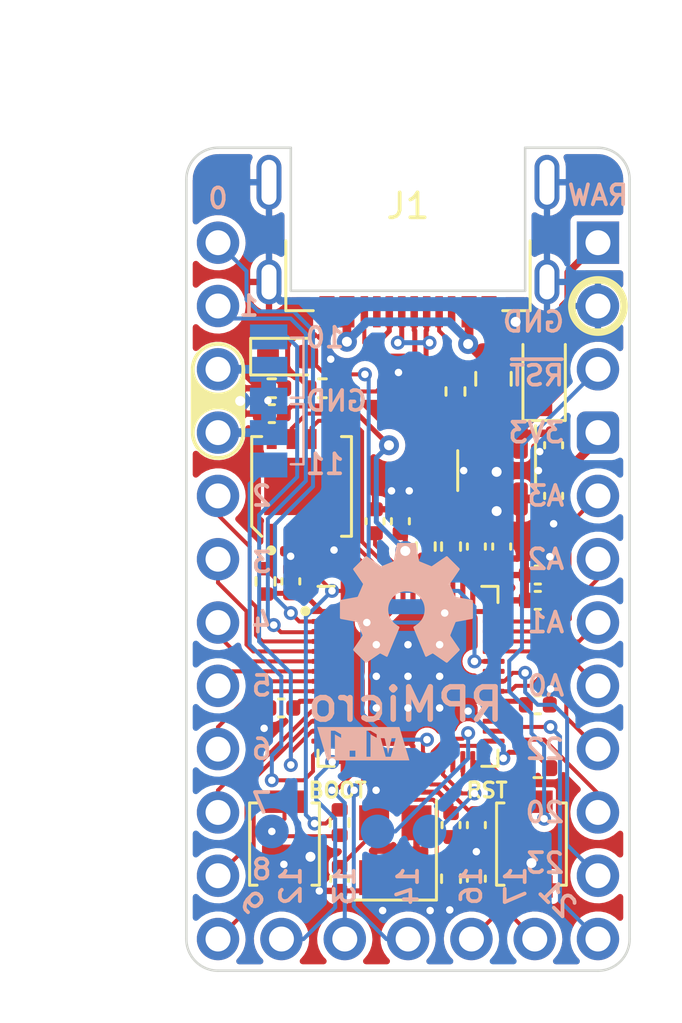
<source format=kicad_pcb>
(kicad_pcb (version 20211014) (generator pcbnew)
  (title_block (title "RP Micro") (date "2022-12-07") (rev "1.1") (comment 1 "Open source hardware, CERN-OHL-P v2") (comment 2 "https://github.com/ziteh/rp-micro"))
  (layers (0 "F.Cu" signal) (31 "B.Cu" signal) (34 "B.Paste" user) (35 "F.Paste" user) (36 "B.SilkS" user "B.Silkscreen") (37 "F.SilkS" user "F.Silkscreen") (38 "B.Mask" user) (39 "F.Mask" user) (44 "Edge.Cuts" user))
  (net 0 "")
  (net 1 "RAW")
  (net 2 "GND")
  (net 3 "+3V3")
  (net 4 "VBUS")
  (net 5 "Net-(C4-Pad2)")
  (net 6 "+1V1")
  (net 7 "Net-(J1-PadA5)")
  (net 9 "Net-(J1-PadB5)")
  (net 11 "0_TX0")
  (net 12 "1_RX0")
  (net 13 "2")
  (net 14 "3")
  (net 15 "4")
  (net 16 "5")
  (net 17 "6")
  (net 18 "7")
  (net 19 "8_TX1")
  (net 20 "9_RX1")
  (net 21 "~{RESET}")
  (net 22 "A3")
  (net 23 "A2")
  (net 24 "A1")
  (net 25 "A0")
  (net 26 "Net-(C3-Pad2)")
  (net 27 "20_MISO")
  (net 28 "23_MOSI")
  (net 29 "21_CS")
  (net 30 "SWCLK")
  (net 31 "SWDIO")
  (net 32 "USB_D-")
  (net 33 "USB_D+")
  (net 34 "BOOT")
  (net 35 "QSPI_CS")
  (net 36 "+5V")
  (net 37 "22_SCLK")
  (net 38 "/RPD+")
  (net 39 "/RPD-")
  (net 40 "QSPI_SCLK")
  (net 41 "Net-(R3-Pad2)")
  (net 42 "13")
  (net 43 "14")
  (net 47 "STATE_LED")
  (net 48 "QSPI_D3")
  (net 49 "QSPI_D0")
  (net 50 "QSPI_D2")
  (net 51 "16")
  (net 52 "17")
  (net 54 "QSPI_D1")
  (net 56 "12")
  (net 58 "10")
  (net 59 "11")
  (net 60 "Net-(LD1-Pad1)")
  (net 61 "SB1_OUT")
  (net 62 "SB2_OUT")
  (footprint "Capacitor_SMD:C_0402_1005Metric" (layer "F.Cu") (at 134.239 67.818 180)
    (fp_text reference "C15" hide)
    (fp_text value "100nF")
  )
  (footprint "Capacitor_SMD:C_0402_1005Metric" (layer "F.Cu") (at 144.907 75.311)
    (fp_text reference "C8" hide)
    (fp_text value "100nF")
  )
  (footprint "Button_Switch_SMD:SW_SPST_B3U-1000P" (layer "F.Cu") (at 134.747 85.09 90)
    (fp_text reference "SW1" hide)
    (fp_text value "BOOT")
  )
  (footprint "Connector_PinHeader_2.54mm:PinHeader_1x05_P2.54mm_Vertical" (layer "F.Cu") (at 134.625 88.9 90)
    (fp_text reference "J3" hide)
    (fp_text value "Conn_01x05")
  )
  (footprint "Capacitor_SMD:C_0402_1005Metric" (layer "F.Cu") (at 144.907 79.502)
    (fp_text reference "C9" hide)
    (fp_text value "100nF")
  )
  (footprint "Capacitor_SMD:C_0402_1005Metric" (layer "F.Cu") (at 145.542 69.088 -90)
    (fp_text reference "C14" hide)
    (fp_text value "1uF")
  )
  (footprint "Capacitor_SMD:C_0402_1005Metric" (layer "F.Cu") (at 138.3792 72.136 90)
    (fp_text reference "C5" hide)
    (fp_text value "100nF")
  )
  (footprint "Capacitor_SMD:C_0402_1005Metric" (layer "F.Cu") (at 144.907 74.295)
    (fp_text reference "C12" hide)
    (fp_text value "100nF")
  )
  (footprint "rp-micro:USB Type-C Mid-Mount Receptacle 16P" (layer "F.Cu") (at 139.7 59.4868 180)
    (fp_text reference "J1")
    (fp_text value "USB_C_Receptacle_USB2.0")
  )
  (footprint "Diode_SMD:D_SOD-323_HandSoldering" (layer "F.Cu") (at 145.161 66.294 90)
    (fp_text reference "D1" hide)
    (fp_text value "B5817")
  )
  (footprint "LED_SMD:LED_0603_1608Metric" (layer "F.Cu") (at 134.874 65.532)
    (fp_text reference "LD1" hide)
    (fp_text value "BLUE")
  )
  (footprint "Capacitor_SMD:C_0402_1005Metric" (layer "F.Cu") (at 142.4432 86.4785 -90)
    (fp_text reference "C4" hide)
    (fp_text value "20pF")
  )
  (footprint "Resistor_SMD:R_0402_1005Metric" (layer "F.Cu") (at 134.235 66.8 180)
    (fp_text reference "R9" hide)
    (fp_text value "1k")
  )
  (footprint "Package_DFN_QFN:QFN-56-1EP_7x7mm_P0.4mm_EP3.2x3.2mm" (layer "F.Cu") (at 139.7 78.359)
    (fp_text reference "U1" hide)
    (fp_text value "RP2040")
  )
  (footprint "Fuse:Fuse_0805_2012Metric" (layer "F.Cu") (at 143.129 66.421 -90)
    (fp_text reference "F1" hide)
    (fp_text value "500mA, 6V")
  )
  (footprint "Capacitor_SMD:C_0402_1005Metric" (layer "F.Cu") (at 142.4432 73.152 90)
    (fp_text reference "C7" hide)
    (fp_text value "1uF")
  )
  (footprint "Crystal:Crystal_SMD_3225-4Pin_3.2x2.5mm" (layer "F.Cu") (at 139.192 85.3355 90)
    (fp_text reference "Y1" hide)
    (fp_text value "12MHz")
  )
  (footprint "Resistor_SMD:R_0402_1005Metric" (layer "F.Cu") (at 144.907 82.042 180)
    (fp_text reference "R8" hide)
    (fp_text value "10k")
  )
  (footprint "Resistor_SMD:R_0402_1005Metric" (layer "F.Cu") (at 140.4112 73.152 -90)
    (fp_text reference "R1" hide)
    (fp_text value "27")
  )
  (footprint "Capacitor_SMD:C_0402_1005Metric" (layer "F.Cu") (at 135.001 74.549 90)
    (fp_text reference "C11" hide)
    (fp_text value "100nF")
  )
  (footprint "Button_Switch_SMD:SW_SPST_B3U-1000P" (layer "F.Cu") (at 144.653 85.09 90)
    (fp_text reference "SW2" hide)
    (fp_text value "RESET")
  )
  (footprint "Resistor_SMD:R_0402_1005Metric" (layer "F.Cu") (at 133.985 74.549 90)
    (fp_text reference "R5" hide)
    (fp_text value "10k")
  )
  (footprint "Resistor_SMD:R_0402_1005Metric" (layer "F.Cu") (at 141.605 66.929 -90)
    (fp_text reference "R6" hide)
    (fp_text value "5.1k")
  )
  (footprint "Resistor_SMD:R_0402_1005Metric" (layer "F.Cu") (at 136.9568 84.2264 90)
    (fp_text reference "R4" hide)
    (fp_text value "1k")
  )
  (footprint "Package_TO_SOT_SMD:SOT-23-5" (layer "F.Cu") (at 143.256 70.104 -90)
    (fp_text reference "U3" hide)
    (fp_text value "RT9013-33GB")
  )
  (footprint "Capacitor_SMD:C_0402_1005Metric" (layer "F.Cu") (at 142.4432 84.328 -90)
    (fp_text reference "C1" hide)
    (fp_text value "100nF")
  )
  (footprint "Resistor_SMD:R_0402_1005Metric" (layer "F.Cu") (at 141.4272 86.4785 90)
    (fp_text reference "R3" hide)
    (fp_text value "1k")
  )
  (footprint "Resistor_SMD:R_0402_1005Metric" (layer "F.Cu") (at 141.4272 73.152 -90)
    (fp_text reference "R2" hide)
    (fp_text value "27")
  )
  (footprint "Capacitor_SMD:C_0402_1005Metric" (layer "F.Cu") (at 139.3952 72.136 90)
    (fp_text reference "C10" hide)
    (fp_text value "100nF")
  )
  (footprint "Capacitor_SMD:C_0402_1005Metric" (layer "F.Cu") (at 134.62 79.629 180)
    (fp_text reference "C2" hide)
    (fp_text value "100nF")
  )
  (footprint "rp-micro:XSON-8 (4x4mm)" (layer "F.Cu") (at 135.4328 70.739 90)
    (fp_text reference "U2" hide)
    (fp_text value "W25Q64JVXGIQ")
  )
  (footprint "Capacitor_SMD:C_0402_1005Metric" (layer "F.Cu") (at 136.9568 86.487 90)
    (fp_text reference "C3" hide)
    (fp_text value "20pF")
  )
  (footprint "Capacitor_SMD:C_0402_1005Metric" (layer "F.Cu") (at 141.4272 84.328 -90)
    (fp_text reference "C6" hide)
    (fp_text value "100nF")
  )
  (footprint "Capacitor_SMD:C_0402_1005Metric" (layer "F.Cu") (at 143.4592 73.152 90)
    (fp_text reference "C13" hide)
    (fp_text value "1uF")
  )
  (footprint "Capacitor_SMD:C_0402_1005Metric" (layer "F.Cu") (at 145.542 71.12 -90)
    (fp_text reference "C16" hide)
    (fp_text value "1uF")
  )
  (footprint "Resistor_SMD:R_0402_1005Metric" (layer "F.Cu") (at 136.271 66.802 180)
    (fp_text reference "R7" hide)
    (fp_text value "5.1k")
  )
  (footprint "TestPoint:TestPoint_Pad_D2.0mm" (layer "B.Cu") (at 134.239 84.582 180)
    (fp_text reference "TP1" hide)
    (fp_text value "BOOT")
  )
  (footprint "Jumper:SolderJumper-3_P1.3mm_Bridged12_Pad1.0x1.5mm" (layer "B.Cu") (at 134.112 68.58 -90)
    (fp_text reference "SB2" hide)
    (fp_text value "SolderJumper_3_Bridged12")
  )
  (footprint "Connector_PinHeader_2.54mm:PinHeader_1x12_P2.54mm_Vertical" (layer "B.Cu") (at 147.32 60.96 180)
    (fp_text reference "J4" hide)
    (fp_text value "Conn_01x12")
  )
  (footprint "kibuzzard-637CA201" (layer "B.Cu") (at 137.907705 81.062835 180)
    (fp_text reference "kibuzzard-637CA201" hide)
    (fp_text value "G***" hide)
  )
  (footprint "TestPoint:TestPoint_Pad_D2.0mm" (layer "B.Cu") (at 138.4808 84.582 180)
    (fp_text reference "TP3" hide)
    (fp_text value "SWCLK")
  )
  (footprint "Jumper:SolderJumper-3_P1.3mm_Bridged12_Pad1.0x1.5mm" (layer "B.Cu") (at 134.112 66.04 90)
    (fp_text reference "SB1" hide)
    (fp_text value "SolderJumper_3_Bridged12")
  )
  (footprint "Connector_PinHeader_2.54mm:PinHeader_1x12_P2.54mm_Vertical" (layer "B.Cu") (at 132.08 60.96 180)
    (fp_text reference "J2" hide)
    (fp_text value "Conn_01x12")
  )
  (footprint "TestPoint:TestPoint_Pad_D2.0mm" (layer "B.Cu") (at 140.5636 84.582 180)
    (fp_text reference "TP2" hide)
    (fp_text value "SWDIO")
  )
  (gr_line (start 135.509 69.85) (end 135.509 67.437) (layer "B.SilkS") (width 0.1))
  (gr_line (start 135.001 67.183) (end 135.509 67.183) (layer "B.SilkS") (width 0.1))
  (gr_line (start 135.509 64.77) (end 135.001 64.77) (layer "B.SilkS") (width 0.1))
  (gr_line (start 135.001 69.85) (end 135.509 69.85) (layer "B.SilkS") (width 0.1))
  (gr_line (start 135.001 67.437) (end 135.509 67.437) (layer "B.SilkS") (width 0.1))
  (gr_poly (pts (xy 139.975417 73.018654) (xy 139.976928 73.018766) (xy 139.978431 73.018951) (xy 139.979925 73.019206) (xy 139.981406 73.019531) (xy 139.982874 73.019922) (xy 139.984325 73.020379) (xy 139.985757 73.020899) (xy 139.987169 73.02148) (xy 139.988557 73.022121) (xy 139.98992 73.02282) (xy 139.991255 73.023574) (xy 139.99256 73.024383) (xy 139.993833 73.025243) (xy 139.995072 73.026155) (xy 139.996274 73.027114) (xy 139.997438 73.02812) (xy 139.99856 73.029171) (xy 139.999639 73.030265) (xy 140.000673 73.0314) (xy 140.001658 73.032574) (xy 140.002594 73.033786) (xy 140.003477 73.035033) (xy 140.004306 73.036314) (xy 140.005078 73.037626) (xy 140.005792 73.038968) (xy 140.006443 73.040339) (xy 140.007032 73.041736) (xy 140.007555 73.043157) (xy 140.00801 73.044601) (xy 140.008394 73.046065) (xy 140.008707 73.047548) (xy 140.134318 73.722355) (xy 140.134635 73.72385) (xy 140.13502 73.72535) (xy 140.135986 73.728356) (xy 140.137198 73.731353) (xy 140.138639 73.73432) (xy 140.140293 73.737239) (xy 140.142142 73.740089) (xy 140.144169 73.742852) (xy 140.146358 73.745507) (xy 140.148691 73.748036) (xy 140.151153 73.750418) (xy 140.153725 73.752633) (xy 140.156391 73.754663) (xy 140.159134 73.756488) (xy 140.161937 73.758088) (xy 140.163356 73.758797) (xy 140.164783 73.759443) (xy 140.166217 73.760023) (xy 140.167655 73.760534) (xy 140.619934 73.945676) (xy 140.622744 73.946913) (xy 140.625724 73.947946) (xy 140.628847 73.948778) (xy 140.632089 73.949409) (xy 140.635421 73.949841) (xy 140.638819 73.950078) (xy 140.642256 73.950119) (xy 140.645706 73.949968) (xy 140.649142 73.949625) (xy 140.652538 73.949093) (xy 140.655869 73.948373) (xy 140.659107 73.947468) (xy 140.662227 73.946379) (xy 140.665202 73.945107) (xy 140.668007 73.943655) (xy 140.670615 73.942025) (xy 141.234375 73.555151) (xy 141.235645 73.554324) (xy 141.236953 73.553561) (xy 141.238295 73.552863) (xy 141.239669 73.552228) (xy 141.241072 73.551656) (xy 141.242501 73.551149) (xy 141.243954 73.550704) (xy 141.245427 73.550322) (xy 141.246917 73.550002) (xy 141.248422 73.549745) (xy 141.251464 73.549417) (xy 141.25453 73.549334) (xy 141.257598 73.549496) (xy 141.260643 73.549899) (xy 141.263644 73.550542) (xy 141.266577 73.551423) (xy 141.268011 73.551952) (xy 141.269419 73.552539) (xy 141.270799 73.553185) (xy 141.272148 73.553889) (xy 141.273462 73.554651) (xy 141.274739 73.55547) (xy 141.275977 73.556347) (xy 141.277171 73.557281) (xy 141.278321 73.558271) (xy 141.279421 73.559318) (xy 141.754203 74.0341) (xy 141.75525 74.035201) (xy 141.756239 74.03635) (xy 141.757172 74.037545) (xy 141.758048 74.038783) (xy 141.758865 74.040062) (xy 141.759625 74.041377) (xy 141.760971 74.044108) (xy 141.762082 74.046953) (xy 141.762958 74.049889) (xy 141.763596 74.052894) (xy 141.763996 74.055943) (xy 141.764154 74.059014) (xy 141.764069 74.062084) (xy 141.763741 74.065129) (xy 141.763166 74.068128) (xy 141.762343 74.071055) (xy 141.761838 74.072486) (xy 141.76127 74.07389) (xy 141.76064 74.075264) (xy 141.759946 74.076607) (xy 141.75919 74.077915) (xy 141.758369 74.079185) (xy 141.378242 74.633222) (xy 141.376608 74.635841) (xy 141.375157 74.63865) (xy 141.373891 74.641624) (xy 141.372813 74.644737) (xy 141.371923 74.647964) (xy 141.371224 74.651279) (xy 141.370717 74.654657) (xy 141.370404 74.658072) (xy 141.370286 74.661498) (xy 141.370365 74.664911) (xy 141.370643 74.668284) (xy 141.371121 74.671592) (xy 141.371801 74.67481) (xy 141.372684 74.677912) (xy 141.373772 74.680872) (xy 141.375067 74.683665) (xy 141.575053 75.150231) (xy 141.576195 75.153096) (xy 141.577599 75.155935) (xy 141.579246 75.158731) (xy 141.581115 75.161466) (xy 141.583186 75.164125) (xy 141.58544 75.166689) (xy 141.587857 75.169143) (xy 141.590417 75.171469) (xy 141.593101 75.173651) (xy 141.595887 75.175671) (xy 141.598758 75.177512) (xy 141.601692 75.179158) (xy 141.60467 75.180592) (xy 141.607672 75.181796) (xy 141.610678 75.182755) (xy 141.613669 75.18345) (xy 142.266092 75.304775) (xy 142.267571 75.305094) (xy 142.269032 75.305485) (xy 142.270473 75.305946) (xy 142.271891 75.306474) (xy 142.273285 75.307067) (xy 142.274653 75.307723) (xy 142.275993 75.30844) (xy 142.277303 75.309215) (xy 142.279826 75.310933) (xy 142.282208 75.312858) (xy 142.284433 75.314973) (xy 142.286486 75.317261) (xy 142.288353 75.319704) (xy 142.290018 75.322284) (xy 142.291468 75.324984) (xy 142.292106 75.326373) (xy 142.292685 75.327785) (xy 142.293203 75.329219) (xy 142.293657 75.330671) (xy 142.294046 75.33214) (xy 142.294367 75.333624) (xy 142.29462 75.33512) (xy 142.294801 75.336626) (xy 142.29491 75.33814) (xy 142.294945 75.33966) (xy 142.294865 76.011132) (xy 142.294827 76.012649) (xy 142.294715 76.01416) (xy 142.294529 76.015665) (xy 142.294273 76.01716) (xy 142.293948 76.018643) (xy 142.293555 76.020113) (xy 142.293098 76.021566) (xy 142.292577 76.023001) (xy 142.291994 76.024415) (xy 142.291352 76.025806) (xy 142.290652 76.027172) (xy 142.289897 76.02851) (xy 142.289087 76.029818) (xy 142.288225 76.031094) (xy 142.287313 76.032336) (xy 142.286352 76.033541) (xy 142.285345 76.034707) (xy 142.284293 76.035832) (xy 142.283199 76.036913) (xy 142.282064 76.037949) (xy 142.280889 76.038937) (xy 142.279678 76.039874) (xy 142.278431 76.040758) (xy 142.277151 76.041588) (xy 142.275839 76.042361) (xy 142.274498 76.043074) (xy 142.273129 76.043726) (xy 142.271734 76.044313) (xy 142.270315 76.044834) (xy 142.268874 76.045287) (xy 142.267413 76.045669) (xy 142.265933 76.045978) (xy 141.629544 76.164405) (xy 141.628046 76.164713) (xy 141.626544 76.165089) (xy 141.625042 76.165533) (xy 141.623542 76.166042) (xy 141.620554 76.167246) (xy 141.617602 76.168684) (xy 141.614703 76.17034) (xy 141.611877 76.172194) (xy 141.609143 76.17423) (xy 141.60652 76.176431) (xy 141.604026 76.178779) (xy 141.601681 76.181256) (xy 141.599504 76.183845) (xy 141.597514 76.186529) (xy 141.595729 76.18929) (xy 141.59417 76.192111) (xy 141.592854 76.194974) (xy 141.592293 76.196416) (xy 141.591801 76.197862) (xy 141.393126 76.694154) (xy 141.391896 76.696977) (xy 141.390872 76.699967) (xy 141.390049 76.703097) (xy 141.389428 76.706343) (xy 141.389004 76.709677) (xy 141.388777 76.713075) (xy 141.388744 76.71651) (xy 141.388904 76.719956) (xy 141.389253 76.723388) (xy 141.389791 76.72678) (xy 141.390515 76.730105) (xy 141.391423 76.733339) (xy 141.392513 76.736454) (xy 141.393783 76.739426) (xy 141.395232 76.742228) (xy 141.396856 76.744835) (xy 141.758369 77.271608) (xy 141.759196 77.272878) (xy 141.759959 77.274186) (xy 141.760658 77.275529) (xy 141.761292 77.276905) (xy 141.761864 77.27831) (xy 141.762372 77.279741) (xy 141.762816 77.281196) (xy 141.763198 77.282671) (xy 141.763518 77.284164) (xy 141.763775 77.285672) (xy 141.764103 77.288721) (xy 141.764186 77.291795) (xy 141.764024 77.294869) (xy 141.763621 77.297922) (xy 141.762978 77.30093) (xy 141.762097 77.30387) (xy 141.761568 77.305307) (xy 141.760981 77.306718) (xy 141.760335 77.3081) (xy 141.759631 77.309451) (xy 141.758869 77.310768) (xy 141.75805 77.312047) (xy 141.757173 77.313286) (xy 141.75624 77.314482) (xy 141.755249 77.315631) (xy 141.754202 77.316732) (xy 141.279341 77.791514) (xy 141.278247 77.792553) (xy 141.277104 77.793537) (xy 141.275915 77.794465) (xy 141.274682 77.795336) (xy 141.273408 77.79615) (xy 141.272097 77.796907) (xy 141.269373 77.798248) (xy 141.266532 77.799358) (xy 141.263599 77.800234) (xy 141.260596 77.800874) (xy 141.257548 77.801277) (xy 141.254476 77.801439) (xy 141.251405 77.80136) (xy 141.248358 77.801036) (xy 141.245358 77.800466) (xy 141.242428 77.799647) (xy 141.240997 77.799144) (xy 141.239593 77.798578) (xy 141.238217 77.797949) (xy 141.236874 77.797257) (xy 141.235566 77.796501) (xy 141.234296 77.795681) (xy 140.71681 77.440518) (xy 140.714209 77.438898) (xy 140.711423 77.437478) (xy 140.708477 77.436258) (xy 140.705398 77.435239) (xy 140.702209 77.434421) (xy 140.698937 77.433803) (xy 140.695607 77.433388) (xy 140.692244 77.433175) (xy 140.688873 77.433165) (xy 140.685521 77.433358) (xy 140.682211 77.433755) (xy 140.678971 77.434356) (xy 140.675824 77.435162) (xy 140.672797 77.436173) (xy 140.669914 77.437389) (xy 140.667201 77.438811) (xy 140.438998 77.560652) (xy 140.437633 77.5613) (xy 140.436257 77.561871) (xy 140.434873 77.562364) (xy 140.433481 77.56278) (xy 140.432086 77.56312) (xy 140.430688 77.563386) (xy 140.429291 77.563577) (xy 140.427897 77.563695) (xy 140.426508 77.563741) (xy 140.425127 77.563715) (xy 140.423756 77.563619) (xy 140.422398 77.563453) (xy 140.421054 77.563219) (xy 140.419727 77.562916) (xy 140.41842 77.562546) (xy 140.417135 77.56211) (xy 140.415874 77.561609) (xy 140.41464 77.561043) (xy 140.413435 77.560414) (xy 140.412261 77.559721) (xy 140.411121 77.558968) (xy 140.410018 77.558153) (xy 140.408952 77.557277) (xy 140.407928 77.556343) (xy 140.406947 77.55535) (xy 140.406012 77.5543) (xy 140.405125 77.553193) (xy 140.404288 77.552031) (xy 140.403504 77.550813) (xy 140.402776 77.549542) (xy 140.402104 77.548217) (xy 140.401493 77.546841) (xy 139.930998 76.409873) (xy 139.930454 76.408459) (xy 139.929982 76.407023) (xy 139.929581 76.405568) (xy 139.92925 76.404097) (xy 139.928989 76.402613) (xy 139.928797 76.401119) (xy 139.928671 76.399616) (xy 139.928613 76.398108) (xy 139.92862 76.396598) (xy 139.928692 76.395087) (xy 139.928828 76.39358) (xy 139.929026 76.392078) (xy 139.929287 76.390584) (xy 139.929609 76.389101) (xy 139.929991 76.387632) (xy 139.930432 76.38618) (xy 139.930932 76.384746) (xy 139.931489 76.383334) (xy 139.932103 76.381947) (xy 139.932772 76.380586) (xy 139.933496 76.379256) (xy 139.934274 76.377958) (xy 139.935105 76.376696) (xy 139.935987 76.375471) (xy 139.936921 76.374287) (xy 139.937905 76.373147) (xy 139.938938 76.372053) (xy 139.940019 76.371007) (xy 139.941148 76.370013) (xy 139.942323 76.369074) (xy 139.943544 76.368191) (xy 139.944809 76.367368) (xy 140.001919 76.332403) (xy 140.00603 76.329785) (xy 140.010419 76.326797) (xy 140.015003 76.323504) (xy 140.019699 76.319971) (xy 140.024426 76.316263) (xy 140.029099 76.312445) (xy 140.033637 76.308583) (xy 140.037956 76.304741) (xy 140.075762 76.278863) (xy 140.111842 76.250767) (xy 140.146099 76.220549) (xy 140.178433 76.188308) (xy 140.208747 76.154141) (xy 140.236941 76.118147) (xy 140.262918 76.080423) (xy 140.286578 76.041067) (xy 140.307824 76.000178) (xy 140.326556 75.957852) (xy 140.342677 75.914188) (xy 140.356087 75.869285) (xy 140.366689 75.823239) (xy 140.374383 75.776148) (xy 140.379072 75.728112) (xy 140.380657 75.679226) (xy 140.379691 75.641012) (xy 140.376823 75.603299) (xy 140.372101 75.566135) (xy 140.365571 75.529566) (xy 140.357279 75.493638) (xy 140.347273 75.458399) (xy 140.335598 75.423895) (xy 140.322302 75.390172) (xy 140.307432 75.357278) (xy 140.291033 75.325259) (xy 140.273153 75.294161) (xy 140.253838 75.264032) (xy 140.233135 75.234918) (xy 140.211091 75.206865) (xy 140.187752 75.17992) (xy 140.163165 75.154131) (xy 140.137376 75.129543) (xy 140.110433 75.106203) (xy 140.082381 75.084158) (xy 140.053268 75.063455) (xy 140.023141 75.044139) (xy 139.992045 75.026259) (xy 139.960027 75.00986) (xy 139.927135 74.994989) (xy 139.893415 74.981693) (xy 139.858913 74.970018) (xy 139.823676 74.960012) (xy 139.787752 74.95172) (xy 139.751185 74.94519) (xy 139.714024 74.940467) (xy 139.676315 74.9376) (xy 139.638104 74.936633) (xy 139.599893 74.9376) (xy 139.562184 74.940467) (xy 139.525022 74.94519) (xy 139.488455 74.95172) (xy 139.452529 74.960012) (xy 139.417292 74.970018) (xy 139.382789 74.981693) (xy 139.349067 74.994989) (xy 139.316173 75.00986) (xy 139.284154 75.026259) (xy 139.253057 75.044139) (xy 139.222927 75.063455) (xy 139.193813 75.084158) (xy 139.165759 75.106203) (xy 139.138814 75.129543) (xy 139.113024 75.154131) (xy 139.088435 75.17992) (xy 139.065094 75.206865) (xy 139.043048 75.234918) (xy 139.022343 75.264032) (xy 139.003026 75.294161) (xy 138.985145 75.325259) (xy 138.968745 75.357278) (xy 138.953873 75.390172) (xy 138.940575 75.423895) (xy 138.9289 75.458399) (xy 138.918892 75.493638) (xy 138.9106 75.529566) (xy 138.904069 75.566135) (xy 138.899346 75.603299) (xy 138.896478 75.641012) (xy 138.895511 75.679226) (xy 138.89591 75.703769) (xy 138.897097 75.728112) (xy 138.89906 75.752242) (xy 138.901787 75.776148) (xy 138.905266 75.799818) (xy 138.909483 75.823239) (xy 138.914428 75.846398) (xy 138.920087 75.869285) (xy 138.926449 75.891886) (xy 138.9335 75.914189) (xy 138.941229 75.936181) (xy 138.949623 75.957852) (xy 138.95867 75.979188) (xy 138.968358 76.000178) (xy 138.989606 76.041067) (xy 139.013267 76.080423) (xy 139.039245 76.118147) (xy 139.067439 76.154141) (xy 139.097752 76.188308) (xy 139.130085 76.220549) (xy 139.164338 76.250767) (xy 139.200414 76.278863) (xy 139.238213 76.304741) (xy 139.242557 76.308583) (xy 139.24711 76.312445) (xy 139.251793 76.316263) (xy 139.256524 76.319971) (xy 139.261224 76.323504) (xy 139.265812 76.326797) (xy 139.270207 76.329785) (xy 139.274329 76.332403) (xy 139.331439 76.367368) (xy 139.332712 76.368191) (xy 139.333939 76.369074) (xy 139.33512 76.370013) (xy 139.336254 76.371007) (xy 139.337339 76.372053) (xy 139.338376 76.373147) (xy 139.3403 76.375471) (xy 139.342017 76.377958) (xy 139.343521 76.380586) (xy 139.344805 76.383334) (xy 139.345861 76.38618) (xy 139.346681 76.389101) (xy 139.34726 76.392078) (xy 139.34759 76.395087) (xy 139.347663 76.398108) (xy 139.347473 76.401119) (xy 139.347277 76.402613) (xy 139.347012 76.404097) (xy 139.346678 76.405568) (xy 139.346274 76.407023) (xy 139.345798 76.408459) (xy 139.345251 76.409873) (xy 138.874716 77.546801) (xy 138.874105 77.548178) (xy 138.873433 77.549503) (xy 138.872704 77.550775) (xy 138.871919 77.551993) (xy 138.871082 77.553157) (xy 138.870194 77.554264) (xy 138.869257 77.555316) (xy 138.868275 77.556309) (xy 138.86725 77.557245) (xy 138.866183 77.558121) (xy 138.865078 77.558937) (xy 138.863937 77.559693) (xy 138.862762 77.560386) (xy 138.861556 77.561017) (xy 138.860321 77.561583) (xy 138.859059 77.562086) (xy 138.857773 77.562523) (xy 138.856465 77.562893) (xy 138.855138 77.563196) (xy 138.853794 77.563431) (xy 138.852435 77.563598) (xy 138.851064 77.563694) (xy 138.849683 77.563719) (xy 138.848295 77.563673) (xy 138.846902 77.563554) (xy 138.845506 77.563361) (xy 138.84411 77.563094) (xy 138.842716 77.562752) (xy 138.841327 77.562334) (xy 138.839945 77.561838) (xy 138.838572 77.561265) (xy 138.837211 77.560612) (xy 138.609008 77.438772) (xy 138.606302 77.43735) (xy 138.603424 77.436135) (xy 138.6004 77.435126) (xy 138.597255 77.434322) (xy 138.594015 77.433724) (xy 138.590706 77.433329) (xy 138.587352 77.433139) (xy 138.58398 77.433151) (xy 138.580615 77.433365) (xy 138.577282 77.433782) (xy 138.574008 77.434399) (xy 138.570817 77.435217) (xy 138.567735 77.436234) (xy 138.564787 77.43745) (xy 138.562 77.438865) (xy 138.559399 77.440478) (xy 138.041953 77.795642) (xy 138.040679 77.796462) (xy 138.039368 77.797218) (xy 138.038022 77.79791) (xy 138.036644 77.798539) (xy 138.035238 77.799105) (xy 138.033805 77.799608) (xy 138.032349 77.800048) (xy 138.030873 77.800426) (xy 138.02938 77.800742) (xy 138.027872 77.800996) (xy 138.024824 77.80132) (xy 138.021753 77.8014) (xy 138.018681 77.801237) (xy 138.015632 77.800835) (xy 138.012629 77.800195) (xy 138.009695 77.799319) (xy 138.008262 77.798793) (xy 138.006854 77.798209) (xy 138.005474 77.797567) (xy 138.004127 77.796867) (xy 138.002814 77.79611) (xy 138.001538 77.795296) (xy 138.000303 77.794426) (xy 137.999111 77.793498) (xy 137.997965 77.792514) (xy 137.996868 77.791474) (xy 137.522007 77.316693) (xy 137.520963 77.315592) (xy 137.519976 77.314442) (xy 137.519046 77.313247) (xy 137.518172 77.312008) (xy 137.517355 77.310729) (xy 137.516596 77.309412) (xy 137.51525 77.306679) (xy 137.514137 77.30383) (xy 137.513259 77.300891) (xy 137.512617 77.297883) (xy 137.512214 77.29483) (xy 137.512052 77.291755) (xy 137.512133 77.288682) (xy 137.512459 77.285633) (xy 137.513033 77.282632) (xy 137.513855 77.279701) (xy 137.514361 77.27827) (xy 137.514929 77.276865) (xy 137.515561 77.27549) (xy 137.516257 77.274146) (xy 137.517016 77.272838) (xy 137.51784 77.271568) (xy 137.879313 76.744796) (xy 137.880951 76.742189) (xy 137.88241 76.739387) (xy 137.883689 76.736415) (xy 137.884786 76.733299) (xy 137.885699 76.730066) (xy 137.886426 76.72674) (xy 137.886965 76.723349) (xy 137.887315 76.719917) (xy 137.887474 76.71647) (xy 137.88744 76.713035) (xy 137.887212 76.709638) (xy 137.886786 76.706303) (xy 137.886163 76.703058) (xy 137.885339 76.699928) (xy 137.884313 76.696938) (xy 137.883084 76.694115) (xy 137.684408 76.197823) (xy 137.683919 76.196377) (xy 137.683361 76.194935) (xy 137.682047 76.192071) (xy 137.680487 76.189251) (xy 137.6787 76.18649) (xy 137.676705 76.183806) (xy 137.674522 76.181216) (xy 137.67217 76.178739) (xy 137.669669 76.176392) (xy 137.667038 76.174191) (xy 137.664297 76.172155) (xy 137.661465 76.1703) (xy 137.658562 76.168645) (xy 137.655607 76.167207) (xy 137.65262 76.166002) (xy 137.649619 76.16505) (xy 137.64812 76.164673) (xy 137.646626 76.164366) (xy 137.010237 76.045939) (xy 137.008753 76.04563) (xy 137.007289 76.045248) (xy 137.005845 76.044795) (xy 137.004424 76.044274) (xy 137.003027 76.043686) (xy 137.001657 76.043035) (xy 137.000314 76.042321) (xy 136.999002 76.041549) (xy 136.997721 76.040719) (xy 136.996474 76.039834) (xy 136.994088 76.03791) (xy 136.99186 76.035793) (xy 136.989802 76.033502) (xy 136.987932 76.031055) (xy 136.986262 76.02847) (xy 136.984809 76.025766) (xy 136.983587 76.022961) (xy 136.983067 76.021527) (xy 136.982611 76.020073) (xy 136.982219 76.018604) (xy 136.981895 76.01712) (xy 136.981639 76.015625) (xy 136.981454 76.014121) (xy 136.981342 76.012609) (xy 136.981304 76.011093) (xy 136.981265 75.33962) (xy 136.981302 75.338104) (xy 136.981414 75.336594) (xy 136.981599 75.335091) (xy 136.981854 75.333598) (xy 136.982177 75.332117) (xy 136.982568 75.33065) (xy 136.983023 75.3292) (xy 136.983542 75.327769) (xy 136.984122 75.326358) (xy 136.984762 75.324971) (xy 136.985459 75.323609) (xy 136.986212 75.322274) (xy 136.98702 75.32097) (xy 136.987879 75.319697) (xy 136.988789 75.318458) (xy 136.989748 75.317256) (xy 136.990753 75.316093) (xy 136.991803 75.31497) (xy 136.992897 75.31389) (xy 136.994031 75.312856) (xy 136.995205 75.311869) (xy 136.996417 75.310932) (xy 136.997664 75.310046) (xy 136.998946 75.309215) (xy 137.000259 75.308439) (xy 137.001602 75.307723) (xy 137.002974 75.307067) (xy 137.004373 75.306474) (xy 137.005796 75.305946) (xy 137.007243 75.305485) (xy 137.00871 75.305094) (xy 137.010197 75.304775) (xy 137.66258 75.18345) (xy 137.664079 75.183136) (xy 137.665585 75.182755) (xy 137.668602 75.181796) (xy 137.671612 75.180592) (xy 137.674597 75.179158) (xy 137.677535 75.177512) (xy 137.680407 75.175671) (xy 137.683194 75.173651) (xy 137.685877 75.171469) (xy 137.688434 75.169143) (xy 137.690847 75.166689) (xy 137.693097 75.164125) (xy 137.695162 75.161466) (xy 137.697025 75.158731) (xy 137.698664 75.155935) (xy 137.700061 75.153096) (xy 137.700662 75.151666) (xy 137.701196 75.150231) (xy 137.901221 74.683665) (xy 137.902509 74.680872) (xy 137.903591 74.677912) (xy 137.90447 74.67481) (xy 137.905146 74.671592) (xy 137.905621 74.668284) (xy 137.905897 74.664911) (xy 137.905976 74.661498) (xy 137.905859 74.658072) (xy 137.905549 74.654657) (xy 137.905046 74.651279) (xy 137.904353 74.647964) (xy 137.90347 74.644737) (xy 137.902401 74.641624) (xy 137.901146 74.63865) (xy 137.899707 74.635841) (xy 137.898086 74.633222) (xy 137.517919 74.079185) (xy 137.517092 74.077915) (xy 137.516329 74.076607) (xy 137.515631 74.075264) (xy 137.514997 74.07389) (xy 137.514427 74.072486) (xy 137.51392 74.071055) (xy 137.513476 74.069602) (xy 137.513095 74.068128) (xy 137.512777 74.066636) (xy 137.512521 74.065129) (xy 137.512195 74.062084) (xy 137.512115 74.059014) (xy 137.512279 74.055943) (xy 137.512683 74.052894) (xy 137.513328 74.049889) (xy 137.514208 74.046953) (xy 137.514737 74.045518) (xy 137.515324 74.044108) (xy 137.515969 74.042727) (xy 137.516672 74.041377) (xy 137.517432 74.040062) (xy 137.51825 74.038783) (xy 137.519124 74.037545) (xy 137.520055 74.03635) (xy 137.521043 74.035201) (xy 137.522086 74.0341) (xy 137.996908 73.559319) (xy 137.998005 73.558271) (xy 137.999151 73.557281) (xy 138.000343 73.556347) (xy 138.001578 73.55547) (xy 138.002854 73.554651) (xy 138.004167 73.553889) (xy 138.006894 73.552539) (xy 138.009735 73.551423) (xy 138.012669 73.550542) (xy 138.015672 73.549899) (xy 138.018721 73.549496) (xy 138.021793 73.549334) (xy 138.024864 73.549417) (xy 138.027912 73.549745) (xy 138.030913 73.550322) (xy 138.033845 73.551149) (xy 138.035278 73.551657) (xy 138.036684 73.552228) (xy 138.038062 73.552863) (xy 138.039408 73.553561) (xy 138.040719 73.554324) (xy 138.041993 73.555151) (xy 138.605714 73.942025) (xy 138.608315 73.943655) (xy 138.611113 73.945107) (xy 138.614083 73.946379) (xy 138.617199 73.947468) (xy 138.620434 73.948373) (xy 138.623762 73.949093) (xy 138.627157 73.949625) (xy 138.630593 73.949968) (xy 138.634043 73.950119) (xy 138.637481 73.950078) (xy 138.640882 73.949842) (xy 138.644218 73.949409) (xy 138.647463 73.948778) (xy 138.650592 73.947947) (xy 138.653578 73.946913) (xy 138.656395 73.945676) (xy 139.108713 73.760534) (xy 139.111592 73.759443) (xy 139.114443 73.758088) (xy 139.117249 73.756488) (xy 139.119994 73.754663) (xy 139.122661 73.752633) (xy 139.125233 73.750418) (xy 139.127693 73.748036) (xy 139.130025 73.745507) (xy 139.132212 73.742852) (xy 139.134237 73.740089) (xy 139.136084 73.737239) (xy 139.137735 73.73432) (xy 139.139174 73.731353) (xy 139.140384 73.728356) (xy 139.141348 73.72535) (xy 139.142051 73.722355) (xy 139.267622 73.047548) (xy 139.267934 73.046065) (xy 139.268319 73.044601) (xy 139.268774 73.043157) (xy 139.269297 73.041736) (xy 139.269885 73.040339) (xy 139.270537 73.038968) (xy 139.27125 73.037626) (xy 139.272022 73.036314) (xy 139.27285 73.035033) (xy 139.273733 73.033786) (xy 139.275654 73.0314) (xy 139.277765 73.029171) (xy 139.280049 73.027114) (xy 139.282488 73.025243) (xy 139.285064 73.023574) (xy 139.287759 73.022121) (xy 139.289145 73.02148) (xy 139.290555 73.020899) (xy 139.291985 73.020379) (xy 139.293433 73.019922) (xy 139.294898 73.019531) (xy 139.296377 73.019206) (xy 139.297868 73.018951) (xy 139.299368 73.018766) (xy 139.300876 73.018654) (xy 139.302388 73.018616) (xy 139.973901 73.018616)) (layer "B.SilkS") (width 0.0225) (fill solid))
  (gr_line (start 135.509 67.183) (end 135.509 64.77) (layer "B.SilkS") (width 0.1))
  (gr_line (start 131.064 66.04) (end 131.064 68.58) (layer "F.SilkS") (width 0.15))
  (gr_circle (center 132.08 68.58) (end 133.096 68.58) (layer "F.SilkS") (width 0.15) (fill none))
  (gr_circle (center 147.32 63.5) (end 148.37 63.5) (layer "F.SilkS") (width 0.3) (fill none))
  (gr_poly (pts (xy 132.842 66.802) (xy 132.461 67.056) (xy 131.699 67.056) (xy 131.318 66.802) (xy 131.064 66.04) (xy 131.064 68.58) (xy 131.318 67.818) (xy 131.699 67.564) (xy 131.826 67.564) (xy 132.334 67.564) (xy 132.461 67.564) (xy 132.842 67.945) (xy 133.096 68.58) (xy 133.096 66.04)) (layer "F.SilkS") (width 0) (fill solid))
  (gr_circle (center 135.5852 75.7428) (end 135.7852 75.7428) (layer "F.SilkS") (width 0) (fill solid))
  (gr_line (start 133.096 66.04) (end 133.096 68.58) (layer "F.SilkS") (width 0.15))
  (gr_circle (center 132.08 66.04) (end 133.096 66.04) (layer "F.SilkS") (width 0.15) (fill none))
  (gr_circle (center 134.2136 73.3044) (end 134.4136 73.3044) (layer "F.SilkS") (width 0) (fill solid))
  (gr_line locked (start 130.81 88.9) (end 130.81 58.42) (layer "Edge.Cuts") (width 0.1))
  (gr_line locked (start 144.399 62.89) (end 144.399 57.15) (layer "Edge.Cuts") (width 0.1))
  (gr_line locked (start 148.59 88.9) (end 148.59 58.42) (layer "Edge.Cuts") (width 0.1))
  (gr_line locked (start 147.32 90.17) (end 132.08 90.17) (layer "Edge.Cuts") (width 0.1))
  (gr_arc locked (start 147.32 57.15) (mid 148.218026 57.521974) (end 148.59 58.42) (layer "Edge.Cuts") (width 0.1))
  (gr_line locked (start 135.001 57.15) (end 135.001 62.89) (layer "Edge.Cuts") (width 0.1))
  (gr_line locked (start 135.001 57.15) (end 132.08 57.15) (layer "Edge.Cuts") (width 0.1))
  (gr_arc locked (start 148.59 88.9) (mid 148.218026 89.798026) (end 147.32 90.17) (layer "Edge.Cuts") (width 0.1))
  (gr_arc locked (start 130.81 58.42) (mid 131.181974 57.521974) (end 132.08 57.15) (layer "Edge.Cuts") (width 0.1))
  (gr_arc locked (start 132.08 90.17) (mid 131.181974 89.798026) (end 130.81 88.9) (layer "Edge.Cuts") (width 0.1))
  (gr_line locked (start 135.001 62.89) (end 144.399 62.89) (layer "Edge.Cuts") (width 0.1))
  (gr_line locked (start 144.399 57.15) (end 147.32 57.15) (layer "Edge.Cuts") (width 0.1))
  (gr_text "5" (at 133.35 78.74) (layer "B.SilkS") (effects (font (size 0.8 0.8)) (justify right mirror)))
  (gr_text "4" (at 133.35 76.2) (layer "B.SilkS") (effects (font (size 0.8 0.8)) (justify right mirror)))
  (gr_text "7" (at 133.35 83.439) (layer "B.SilkS") (effects (font (size 0.8 0.8)) (justify right mirror)))
  (gr_text "3V3" (at 146.05 68.58) (layer "B.SilkS") (effects (font (size 0.8 0.8)) (justify left mirror)))
  (gr_text "3" (at 133.35 73.787) (layer "B.SilkS") (effects (font (size 0.8 0.8)) (justify right mirror)))
  (gr_text "RAW" (at 147.32 59.055) (layer "B.SilkS") (effects (font (size 0.8 0.8)) (justify mirror)))
  (gr_text "11" (at 135.509 69.85) (layer "B.SilkS") (effects (font (size 0.8 0.8)) (justify right mirror)))
  (gr_text "16" (at 142.24 87.63 90) (layer "B.SilkS") (effects (font (size 0.8 0.8)) (justify right mirror)))
  (gr_text "21" (at 146.304 87.884 315) (layer "B.SilkS") (effects (font (size 0.8 0.8)) (justify left mirror)))
  (gr_text "23" (at 146.05 85.852) (layer "B.SilkS") (effects (font (size 0.8 0.8)) (justify left mirror)))
  (gr_text "22" (at 146.05 81.28) (layer "B.SilkS") (effects (font (size 0.8 0.8)) (justify left mirror)))
  (gr_text "RPMicro" (at 143.648105 79.488035) (layer "B.SilkS") (effects (font (size 1.3 1.3) (thickness 0.22)) (justify left mirror)))
  (gr_text "~{RST}" (at 146.05 66.294) (layer "B.SilkS") (effects (font (size 0.8 0.8)) (justify left mirror)))
  (gr_text "A2" (at 146.05 73.66) (layer "B.SilkS") (effects (font (size 0.8 0.8)) (justify left mirror)))
  (gr_text "8" (at 133.35 86.106) (layer "B.SilkS") (effects (font (size 0.8 0.8)) (justify right mirror)))
  (gr_text "12" (at 135.001 87.63 90) (layer "B.SilkS") (effects (font (size 0.8 0.8)) (justify right mirror)))
  (gr_text "0" (at 132.08 59.182) (layer "B.SilkS") (effects (font (size 0.8 0.8)) (justify mirror)))
  (gr_text "14" (at 139.7 87.63 90) (layer "B.SilkS") (effects (font (size 0.8 0.8)) (justify right mirror)))
  (gr_text "1" (at 132.842 63.5) (layer "B.SilkS") (effects (font (size 0.8 0.8)) (justify right mirror)))
  (gr_text "9" (at 133.096 87.122 315) (layer "B.SilkS") (effects (font (size 0.8 0.8)) (justify right mirror)))
  (gr_text "GND" (at 135.509 67.31) (layer "B.SilkS") (effects (font (size 0.8 0.8)) (justify right mirror)))
  (gr_text "A0" (at 146.05 78.74) (layer "B.SilkS") (effects (font (size 0.8 0.8)) (justify left mirror)))
  (gr_text "20" (at 146.05 83.82) (layer "B.SilkS") (effects (font (size 0.8 0.8)) (justify left mirror)))
  (gr_text "6" (at 133.35 81.28) (layer "B.SilkS") (effects (font (size 0.8 0.8)) (justify right mirror)))
  (gr_text "GND" (at 146.05 64.135) (layer "B.SilkS") (effects (font (size 0.8 0.8)) (justify left mirror)))
  (gr_text "2" (at 133.35 71.12) (layer "B.SilkS") (effects (font (size 0.8 0.8)) (justify right mirror)))
  (gr_text "A1" (at 146.05 76.2) (layer "B.SilkS") (effects (font (size 0.8 0.8)) (justify left mirror)))
  (gr_text "10" (at 135.509 64.77) (layer "B.SilkS") (effects (font (size 0.8 0.8)) (justify right mirror)))
  (gr_text "13" (at 137.16 87.63 90) (layer "B.SilkS") (effects (font (size 0.8 0.8)) (justify right mirror)))
  (gr_text "17" (at 144.018 87.63 90) (layer "B.SilkS") (effects (font (size 0.8 0.8)) (justify right mirror)))
  (gr_text "A3" (at 146.05 71.12) (layer "B.SilkS") (effects (font (size 0.8 0.8)) (justify left mirror)))
  (segment (start 144.206 68.9665) (end 144.206 68.514) (width 0.3) (layer "F.Cu") (net 1))
  (segment (start 144.206 68.608) (end 144.206 68.9665) (width 0.3) (layer "F.Cu") (net 1))
  (segment (start 145.669 68.608) (end 144.206 68.608) (width 0.3) (layer "F.Cu") (net 1))
  (segment (start 145.91 63.501882) (end 145.91 66.7896) (width 0.3) (layer "F.Cu") (net 1))
  (segment (start 144.206 68.4936) (end 144.206 68.9665) (width 0.3) (layer "F.Cu") (net 1))
  (segment (start 146.125 63.286882) (end 145.91 63.501882) (width 0.3) (layer "F.Cu") (net 1))
  (segment (start 145.91 66.7896) (end 144.206 68.4936) (width 0.3) (layer "F.Cu") (net 1))
  (segment (start 142.748 68.072) (end 142.433 68.387) (width 0.16) (layer "F.Cu") (net 1))
  (segment (start 143.764 68.072) (end 142.748 68.072) (width 0.16) (layer "F.Cu") (net 1))
  (segment (start 146.125 62.155) (end 146.125 63.286882) (width 0.3) (layer "F.Cu") (net 1))
  (segment (start 144.206 68.514) (end 143.764 68.072) (width 0.16) (layer "F.Cu") (net 1))
  (segment (start 147.32 60.96) (end 146.125 62.155) (width 0.3) (layer "F.Cu") (net 1))
  (segment (start 142.433 68.387) (end 142.433 68.9665) (width 0.16) (layer "F.Cu") (net 1))
  (segment (start 135.761 66.802) (end 135.761 66.8) (width 0.2) (layer "F.Cu") (net 2))
  (segment (start 138.342 86.194) (end 138.342 86.4355) (width 0.2) (layer "F.Cu") (net 2))
  (segment (start 136.733277 73.29173) (end 136.6328 73.191253) (width 0.2) (layer "F.Cu") (net 2))
  (segment (start 134.993227 73.540773) (end 135.001 73.548546) (width 0.2) (layer "F.Cu") (net 2))
  (segment (start 140.042 84.494) (end 138.342 86.194) (width 0.2) (layer "F.Cu") (net 2))
  (segment (start 137.8105 86.967) (end 138.342 86.4355) (width 0.2) (layer "F.Cu") (net 2))
  (segment (start 143.4592 71.9328) (end 143.4592 72.672) (width 0.2) (layer "F.Cu") (net 2))
  (segment (start 140.042 84.2355) (end 140.042 84.494) (width 0.2) (layer "F.Cu") (net 2))
  (segment (start 141.4272 84.808) (end 142.4432 84.808) (width 0.2) (layer "F.Cu") (net 2))
  (segment (start 135.255 66.294) (end 135.1788 66.294) (width 0.2) (layer "F.Cu") (net 2))
  (segment (start 136.9568 86.967) (end 137.8105 86.967) (width 0.2) (layer "F.Cu") (net 2))
  (segment (start 143.256 71.7296) (end 143.4592 71.9328) (width 0.2) (layer "F.Cu") (net 2))
  (segment (start 138.7 82.6515) (end 138.7 81.7965) (width 0.2) (layer "F.Cu") (net 2))
  (segment (start 142.4432 85.3948) (end 142.4432 85.9985) (width 0.2) (layer "F.Cu") (net 2))
  (segment (start 134.14 80.235294) (end 134.14 79.629) (width 0.2) (layer "F.Cu") (net 2))
  (segment (start 142.4432 84.808) (end 142.4432 85.3948) (width 0.2) (layer "F.Cu") (net 2))
  (segment (start 145.669 71.6) (end 145.697 71.6) (width 0.2) (layer "F.Cu") (net 2))
  (segment (start 134.874 65.9892) (end 134.874 64.77) (width 0.2) (layer "F.Cu") (net 2))
  (segment (start 133.729 66.7746) (end 133.28 66.3256) (width 0.3) (layer "F.Cu") (net 2))
  (segment (start 143.1544 71.7296) (end 142.4432 72.4408) (width 0.2) (layer "F.Cu") (net 2))
  (segment (start 133.729 66.802) (end 133.729 66.7746) (width 0.2) (layer "F.Cu") (net 2))
  (segment (start 135.761 66.8) (end 135.255 66.294) (width 0.2) (layer "F.Cu") (net 2))
  (segment (start 136.6328 73.191253) (end 136.6328 72.5628) (width 0.2) (layer "F.Cu") (net 2))
  (segment (start 138.4205 82.931) (end 138.7 82.6515) (width 0.2) (layer "F.Cu") (net 2))
  (segment (start 143.256 71.7296) (end 143.1544 71.7296) (width 0.2) (layer "F.Cu") (net 2))
  (segment (start 133.28 66.3256) (end 133.28 64.75) (width 0.3) (layer "F.Cu") (net 2))
  (segment (start 142.4432 72.4408) (end 142.4432 72.672) (width 0.2) (layer "F.Cu") (net 2))
  (segment (start 135.001 73.548546) (end 135.001 74.069) (width 0.2) (layer "F.Cu") (net 2))
  (segment (start 133.930397 80.444897) (end 134.14 80.235294) (width 0.2) (layer "F.Cu") (net 2))
  (segment (start 135.1788 66.294) (end 134.874 65.9892) (width 0.2) (layer "F.Cu") (net 2))
  (via (at 139.7 79.629) (size 0.56) (drill 0.3) (layers "F.Cu" "B.Cu") (net 2))
  (via (at 133.930397 80.444897) (size 0.56) (drill 0.3) (layers "F.Cu" "B.Cu") (net 2))
  (via (at 143.256 71.7296) (size 0.8) (drill 0.4) (layers "F.Cu" "B.Cu") (net 2))
  (via (at 141.3764 87.7316) (size 0.56) (drill 0.3) (layers "F.Cu" "B.Cu") (net 2))
  (via (at 136.6012 65.6336) (size 0.56) (drill 0.3) (layers "F.Cu" "B.Cu") (net 2))
  (via (at 144.653 85.852) (size 0.8) (drill 0.4) (layers "F.Cu" "B.Cu") (net 2))
  (via (at 138.4205 82.931) (size 0.56) (drill 0.3) (layers "F.Cu" "B.Cu") (net 2))
  (via (at 136.733277 73.29173) (size 0.56) (drill 0.3) (layers "F.Cu" "B.Cu") (net 2))
  (via (at 145.3896 73.5584) (size 0.56) (drill 0.3) (layers "F.Cu" "B.Cu") (net 2))
  (via (at 138.684 87.757) (size 0.56) (drill 0.3) (layers "F.Cu" "B.Cu") (net 2))
  (via (at 139.7 78.359) (size 0.56) (drill 0.3) (layers "F.Cu" "B.Cu") (net 2))
  (via (at 144.018 64.135) (size 0.8) (drill 0.4) (layers "F.Cu" "B.Cu") (net 2))
  (via (at 134.7216 85.9028) (size 0.56) (drill 0.3) (layers "F.Cu" "B.Cu") (net 2))
  (via (at 132.969 67.310001) (size 0.8) (drill 0.4) (layers "F.Cu" "B.Cu") (net 2))
  (via (at 139.0396 70.9168) (size 0.56) (drill 0.3) (layers "F.Cu" "B.Cu") (net 2))
  (via (at 139.7508 70.9168) (size 0.56) (drill 0.3) (layers "F.Cu" "B.Cu") (net 2))
  (via (at 139.319 66.167) (size 0.56) (drill 0.3) (layers "F.Cu" "B.Cu") (net 2))
  (via (at 140.97 78.359) (size 0.56) (drill 0.3) (layers "F.Cu" "B.Cu") (net 2))
  (via (at 140.589 87.757) (size 0.56) (drill 0.3) (layers "F.Cu" "B.Cu") (net 2))
  (via (at 135.7884 85.598) (size 0.8) (drill 0.4) (layers "F.Cu" "B.Cu") (net 2))
  (via (at 143.256 70.1548) (size 0.8) (drill 0.4) (layers "F.Cu" "B.Cu") (net 2))
  (via (at 138.43 77.089) (size 0.56) (drill 0.3) (layers "F.Cu" "B.Cu") (net 2))
  (via (at 139.7 77.089) (size 0.56) (drill 0.3) (layers "F.Cu" "B.Cu") (net 2))
  (via (at 140.97 77.089) (size 0.56) (drill 0.3) (layers "F.Cu" "B.Cu") (net 2))
  (via (at 138.43 78.359) (size 0.56) (drill 0.3) (layers "F.Cu" "B.Cu") (net 2))
  (via (at 145.542 72.2376) (size 0.56) (drill 0.3) (layers "F.Cu" "B.Cu") (net 2))
  (via (at 136.144 86.9696) (size 0.56) (drill 0.3) (layers "F.Cu" "B.Cu") (net 2))
  (via (at 144.9324 70.104) (size 0.56) (drill 0.3) (layers "F.Cu" "B.Cu") (net 2))
  (via (at 138.43 79.629) (size 0.56) (drill 0.3) (layers "F.Cu" "B.Cu") (net 2))
  (via (at 145.415 78.867) (size 0.56) (drill 0.3) (layers "F.Cu" "B.Cu") (net 2))
  (via (at 142.4432 85.3948) (size 0.56) (drill 0.3) (layers "F.Cu" "B.Cu") (net 2))
  (via (at 134.993227 73.540773) (size 0.56) (drill 0.3) (layers "F.Cu" "B.Cu") (net 2))
  (via (at 140.97 79.629) (size 0.56) (drill 0.3) (layers "F.Cu" "B.Cu") (net 2))
  (via (at 141.9352 70.104) (size 0.56) (drill 0.3) (layers "F.Cu" "B.Cu") (net 2))
  (via (at 144.9832 69.342) (size 0.56) (drill 0.3) (layers "F.Cu" "B.Cu") (net 2))
  (via (at 134.083284 67.29676) (size 0.56) (drill 0.3) (layers "F.Cu" "B.Cu") (net 2))
  (segment (start 134.587 63.2968) (end 136.3218 63.2968) (width 0.3) (layer "B.Cu") (net 2))
  (segment (start 134.125 62.8348) (end 134.587 63.2968) (width 0.3) (layer "B.Cu") (net 2))
  (segment (start 134.125 62.5348) (end 134.125 62.8348) (width 0.2) (layer "B.Cu") (net 2))
  (segment (start 132.969 67.310001) (end 134.081999 67.310001) (width 0.2) (layer "B.Cu") (net 2))
  (segment (start 134.081999 67.310001) (end 134.112 67.28) (width 0.2) (layer "B.Cu") (net 2))
  (segment (start 143.1629 75.311) (end 144.427 75.311) (width 0.2) (layer "F.Cu") (net 3))
  (segment (start 143.524627 81.646373) (end 143.764 81.407) (width 0.2) (layer "F.Cu") (net 3))
  (segment (start 135.026 67.511) (end 134.719 67.818) (width 0.2) (layer "F.Cu") (net 3))
  (segment (start 143.276459 73.632) (end 143.4592 73.632) (width 0.2) (layer "F.Cu") (net 3))
  (segment (start 140.917 83.005) (end 141.4272 83.5152) (width 0.2) (layer "F.Cu") (net 3))
  (segment (start 139.7508 81.008044) (end 139.7508 80.5688) (width 0.2) (layer "F.Cu") (net 3))
  (segment (start 135.50675 75.029) (end 134.015 75.029) (width 0.2) (layer "F.Cu") (net 3))
  (segment (start 142.266 74.142) (end 142.766459 74.142) (width 0.2) (layer "F.Cu") (net 3))
  (segment (start 143.1375 79.359) (end 142.256 79.359) (width 0.2) (layer "F.Cu") (net 3))
  (segment (start 144.206 71.2415) (end 144.206 72.4408) (width 0.35) (layer "F.Cu") (net 3))
  (segment (start 140.3 74.9215) (end 140.3 74.387) (width 0.2) (layer "F.Cu") (net 3))
  (segment (start 141.9 74.9215) (end 141.9 75.946) (width 0.2) (layer "F.Cu") (net 3))
  (segment (start 139.592112 73.679112) (end 139.592112 73.328272) (width 0.2) (layer "F.Cu") (net 3))
  (segment (start 139.9 82.75) (end 140.155 83.005) (width 0.2) (layer "F.Cu") (net 3))
  (segment (start 147.32 68.862) (end 147.32 68.58) (width 0.2) (layer "F.Cu") (net 3))
  (segment (start 139.592112 73.328272) (end 139.592112 72.812912) (width 0.2) (layer "F.Cu") (net 3))
  (segment (start 144.206 71.2415) (end 144.7855 71.2415) (width 0.35) (layer "F.Cu") (net 3))
  (segment (start 139.9 81.7965) (end 139.9 81.157244) (width 0.2) (layer "F.Cu") (net 3))
  (segment (start 142.256 79.359) (end 142.113 79.502) (width 0.2) (layer "F.Cu") (net 3))
  (segment (start 142.3 74.9215) (end 142.3 75.946) (width 0.2) (layer "F.Cu") (net 3))
  (segment (start 134.2328 68.3042) (end 134.719 67.818) (width 0.2) (layer "F.Cu") (net 3))
  (segment (start 139.7508 80.5688) (end 140.0556 80.264) (width 0.2) (layer "F.Cu") (net 3))
  (segment (start 137.361 67.511) (end 135.026 67.511) (width 0.2) (layer "F.Cu") (net 3))
  (segment (start 139.9 74.9215) (end 139.9 75.892) (width 0.2) (layer "F.Cu") (net 3))
  (segment (start 143.1375 75.3364) (end 143.1629 75.311) (width 0.2) (layer "F.Cu") (net 3))
  (segment (start 141.9 74.508) (end 142.266 74.142) (width 0.2) (layer "F.Cu") (net 3))
  (segment (start 136.2625 79.359) (end 137.271 79.359) (width 0.2) (layer "F.Cu") (net 3))
  (segment (start 135.37 79.359) (end 135.1 79.629) (width 0.2) (layer "F.Cu") (net 3))
  (segment (start 134.2328 68.839) (end 134.2328 68.3042) (width 0.2) (layer "F.Cu") (net 3))
  (segment (start 141.605 80.264) (end 142.113 79.756) (width 0.2) (layer "F.Cu") (net 3))
  (segment (start 141.9 74.9215) (end 141.9 74.508) (width 0.2) (layer "F.Cu") (net 3))
  (segment (start 140.3 74.9215) (end 140.3 75.854) (width 0.2) (layer "F.Cu") (net 3))
  (segment (start 142.766459 74.142) (end 143.276459 73.632) (width 0.2) (layer "F.Cu") (net 3))
  (segment (start 138.938 69.088) (end 137.361 67.511) (width 0.2) (layer "F.Cu") (net 3))
  (segment (start 140.3 74.387) (end 139.9 73.987) (width 0.2) (layer "F.Cu") (net 3))
  (segment (start 141.4272 83.5152) (end 141.4272 83.848) (width 0.2) (layer "F.Cu") (net 3))
  (segment (start 136.23675 75.759) (end 135.50675 75.029) (width 0.2) (layer "F.Cu") (net 3))
  (segment (start 143.1375 75.759) (end 143.1375 75.3364) (width 0.2) (layer "F.Cu") (net 3))
  (segment (start 139.9 73.987) (end 139.592112 73.679112) (width 0.2) (layer "F.Cu") (net 3))
  (segment (start 143.1375 75.759) (end 142.367 75.759) (width 0.2) (layer "F.Cu") (net 3))
  (segment (start 136.2625 75.759) (end 136.23675 75.759) (width 0.2) (layer "F.Cu") (net 3))
  (segment (start 139.9 81.7965) (end 139.9 82.75) (width 0.2) (layer "F.Cu") (net 3))
  (segment (start 136.2625 75.759) (end 137.414 75.759) (width 0.2) (layer "F.Cu") (net 3))
  (segment (start 143.1375 79.359) (end 144.411 79.359) (width 0.2) (layer "F.Cu") (net 3))
  (segment (start 140.155 83.005) (end 140.917 83.005) (width 0.2) (layer "F.Cu") (net 3))
  (segment (start 144.782 81.407) (end 145.417 82.042) (width 0.2) (layer "F.Cu") (net 3))
  (segment (start 139.9 74.9215) (end 139.9 73.987) (width 0.2) (layer "F.Cu") (net 3))
  (segment (start 136.2625 79.359) (end 135.37 79.359) (width 0.2) (layer "F.Cu") (net 3))
  (segment (start 143.764 81.407) (end 144.782 81.407) (width 0.2) (layer "F.Cu") (net 3))
  (segment (start 145.387 70.64) (end 145.542 70.64) (width 0.35) (layer "F.Cu") (net 3))
  (segment (start 134.015 75.029) (end 133.985 75.059) (width 0.2) (layer "F.Cu") (net 3))
  (segment (start 139.592112 72.812912) (end 139.3952 72.616) (width 0.2) (layer "F.Cu") (net 3))
  (segment (start 144.7855 71.2415) (end 145.387 70.64) (width 0.35) (layer "F.Cu") (net 3))
  (segment (start 139.9 81.157244) (end 139.7508 81.008044) (width 0.2) (layer "F.Cu") (net 3))
  (segment (start 145.542 70.64) (end 147.32 68.862) (width 0.35) (layer "F.Cu") (net 3))
  (segment (start 144.411 79.359) (end 144.427 79.375) (width 0.2) (layer "F.Cu") (net 3))
  (segment (start 140.0556 80.264) (end 141.605 80.264) (width 0.2) (layer "F.Cu") (net 3))
  (segment (start 142.3 74.9215) (end 142.9597 74.9215) (width 0.2) (layer "F.Cu") (net 3))
  (via (at 138.938 69.088) (size 0.8) (drill 0.4) (layers "F.Cu" "B.Cu") (net 3))
  (via (at 139.592112 73.328272) (size 0.8) (drill 0.4) (layers "F.Cu" "B.Cu") (net 3))
  (via (at 142.113 79.756) (size 0.56) (drill 0.3) (layers "F.Cu" "B.Cu") (net 3))
  (via (at 143.524627 81.646373) (size 0.56) (drill 0.3) (layers "F.Cu" "B.Cu") (net 3))
  (segment (start 138.938 69.088) (end 138.43 69.596) (width 0.2) (layer "B.Cu") (net 3))
  (segment (start 143.524627 81.167627) (end 143.524627 81.646373) (width 0.2) (layer "B.Cu") (net 3))
  (segment (start 138.43 72.16616) (end 139.592112 73.328272) (width 0.2) (layer "B.Cu") (net 3))
  (segment (start 142.113 79.756) (end 143.524627 81.167627) (width 0.2) (layer "B.Cu") (net 3))
  (segment (start 138.43 69.596) (end 138.43 72.16616) (width 0.2) (layer "B.Cu") (net 3))
  (segment (start 137.25 64.934) (end 137.25 63.5318) (width 0.35) (layer "F.Cu") (net 4))
  (segment (start 142.113 65.024) (end 142.15 64.987) (width 0.2) (layer "F.Cu") (net 4))
  (segment (start 142.113 65.024) (end 142.5725 65.4835) (width 0.35) (layer "F.Cu") (net 4))
  (segment (start 142.5725 65.4835) (end 143.129 65.4835) (width 0.2) (layer "F.Cu") (net 4))
  (segment (start 142.15 64.987) (end 142.15 63.5318) (width 0.35) (layer "F.Cu") (net 4))
  (via (at 137.25 64.934) (size 0.8) (drill 0.4) (layers "F.Cu" "B.Cu") (net 4))
  (via (at 142.113 65.024) (size 0.8) (drill 0.4) (layers "F.Cu" "B.Cu") (net 4))
  (segment (start 141.351 64.135) (end 142.113 64.897) (width 0.35) (layer "B.Cu") (net 4))
  (segment (start 137.25 64.934) (end 138.049 64.135) (width 0.35) (layer "B.Cu") (net 4))
  (segment (start 142.113 64.897) (end 142.113 65.024) (width 0.35) (layer "B.Cu") (net 4))
  (segment (start 138.049 64.135) (end 141.351 64.135) (width 0.35) (layer "B.Cu") (net 4))
  (segment (start 141.4272 86.9585) (end 140.9042 86.4355) (width 0.16) (layer "F.Cu") (net 5))
  (segment (start 141.4572 86.9885) (end 141.4272 86.9585) (width 0.16) (layer "F.Cu") (net 5))
  (segment (start 140.9042 86.4355) (end 140.042 86.4355) (width 0.16) (layer "F.Cu") (net 5))
  (segment (start 142.4432 86.9885) (end 141.4572 86.9885) (width 0.16) (layer "F.Cu") (net 5))
  (segment (start 140.462 80.899) (end 140.3 81.061) (width 0.16) (layer "F.Cu") (net 6))
  (segment (start 142.268 73.632) (end 141.5 74.4) (width 0.16) (layer "F.Cu") (net 6))
  (segment (start 138.626696 76.2) (end 139.5 75.326696) (width 0.16) (layer "F.Cu") (net 6))
  (segment (start 141.082174 82.697999) (end 142.232175 83.848) (width 0.16) (layer "F.Cu") (net 6))
  (segment (start 140.3 81.061) (end 140.3 81.7965) (width 0.16) (layer "F.Cu") (net 6))
  (segment (start 138.3792 73.07632) (end 139.5 74.19712) (width 0.16) (layer "F.Cu") (net 6))
  (segment (start 141.1732 75.819) (end 141.5 75.4922) (width 0.16) (layer "F.Cu") (net 6))
  (segment (start 140.3 81.061) (end 140.3 82.388) (width 0.16) (layer "F.Cu") (net 6))
  (segment (start 140.61 82.698) (end 141.082174 82.697999) (width 0.16) (layer "F.Cu") (net 6))
  (segment (start 142.232175 83.848) (end 142.4432 83.848) (width 0.16) (layer "F.Cu") (net 6))
  (segment (start 141.5 74.4) (end 141.5 74.9215) (width 0.16) (layer "F.Cu") (net 6))
  (segment (start 139.5 74.19712) (end 139.5 74.9215) (width 0.16) (layer "F.Cu") (net 6))
  (segment (start 140.3 82.388) (end 140.61 82.698) (width 0.16) (layer "F.Cu") (net 6))
  (segment (start 139.5 75.326696) (end 139.5 74.9215) (width 0.16) (layer "F.Cu") (net 6))
  (segment (start 141.5 75.4922) (end 141.5 74.9215) (width 0.16) (layer "F.Cu") (net 6))
  (segment (start 142.4432 73.632) (end 142.268 73.632) (width 0.16) (layer "F.Cu") (net 6))
  (segment (start 138.3792 72.616) (end 138.3792 73.07632) (width 0.16) (layer "F.Cu") (net 6))
  (segment (start 138.049 76.2) (end 138.626696 76.2) (width 0.16) (layer "F.Cu") (net 6))
  (via (at 140.462 80.899) (size 0.56) (drill 0.3) (layers "F.Cu" "B.Cu") (net 6))
  (via (at 141.1732 75.819) (size 0.56) (drill 0.3) (layers "F.Cu" "B.Cu") (net 6))
  (via (at 138.049 76.2) (size 0.56) (drill 0.3) (layers "F.Cu" "B.Cu") (net 6))
  (segment (start 141.1732 75.819) (end 140.7922 76.2) (width 0.16) (layer "B.Cu") (net 6))
  (segment (start 140.7922 76.2) (end 138.049 76.2) (width 0.16) (layer "B.Cu") (net 6))
  (segment (start 137.87 79.86096) (end 138.90804 80.899) (width 0.16) (layer "B.Cu") (net 6))
  (segment (start 138.049 76.2) (end 137.87 76.379) (width 0.16) (layer "B.Cu") (net 6))
  (segment (start 138.90804 80.899) (end 140.462 80.899) (width 0.16) (layer "B.Cu") (net 6))
  (segment (start 137.87 76.379) (end 137.87 79.86096) (width 0.16) (layer "B.Cu") (net 6))
  (segment (start 140.95 64.496) (end 141.224 64.77) (width 0.16) (layer "F.Cu") (net 7))
  (segment (start 141.224 64.77) (end 141.224 66.038) (width 0.16) (layer "F.Cu") (net 7))
  (segment (start 141.224 66.038) (end 141.605 66.419) (width 0.16) (layer "F.Cu") (net 7))
  (segment (start 140.95 63.5318) (end 140.95 64.496) (width 0.16) (layer "F.Cu") (net 7))
  (segment (start 138.684 66.675) (end 138.43 66.929) (width 0.16) (layer "F.Cu") (net 9))
  (segment (start 136.908 66.929) (end 136.781 66.802) (width 0.16) (layer "F.Cu") (net 9))
  (segment (start 138.43 66.929) (end 136.908 66.929) (width 0.16) (layer "F.Cu") (net 9))
  (segment (start 137.95 63.5318) (end 137.95 64.978164) (width 0.16) (layer "F.Cu") (net 9))
  (segment (start 138.684 65.712164) (end 138.684 66.675) (width 0.16) (layer "F.Cu") (net 9))
  (segment (start 137.95 64.978164) (end 138.684 65.712164) (width 0.16) (layer "F.Cu") (net 9))
  (segment (start 135.341 76.159) (end 136.2625 76.159) (width 0.16) (layer "F.Cu") (net 11))
  (segment (start 135.001 75.819) (end 135.341 76.159) (width 0.16) (layer "F.Cu") (net 11))
  (via (at 135.001 75.819) (size 0.56) (drill 0.3) (layers "F.Cu" "B.Cu") (net 11))
  (segment (start 135.89 64.491121) (end 135.89 70.739) (width 0.16) (layer "B.Cu") (net 11))
  (segment (start 133.6918 63.7148) (end 135.113679 63.7148) (width 0.16) (layer "B.Cu") (net 11))
  (segment (start 134.366 72.263) (end 134.366 75.184) (width 0.16) (layer "B.Cu") (net 11))
  (segment (start 135.113679 63.7148) (end 135.89 64.491121) (width 0.16) (layer "B.Cu") (net 11))
  (segment (start 134.366 75.184) (end 135.001 75.819) (width 0.16) (layer "B.Cu") (net 11))
  (segment (start 133.223 62.103) (end 133.223 63.246) (width 0.16) (layer "B.Cu") (net 11))
  (segment (start 133.223 63.246) (end 133.6918 63.7148) (width 0.16) (layer "B.Cu") (net 11))
  (segment (start 135.89 70.739) (end 134.366 72.263) (width 0.16) (layer "B.Cu") (net 11))
  (segment (start 132.08 60.96) (end 133.223 62.103) (width 0.16) (layer "B.Cu") (net 11))
  (segment (start 134.6031 76.5895) (end 136.2625 76.5895) (width 0.16) (layer "F.Cu") (net 12))
  (segment (start 136.2625 76.5895) (end 136.2625 76.559) (width 0.16) (layer "F.Cu") (net 12))
  (segment (start 134.3152 76.3016) (end 134.6031 76.5895) (width 0.16) (layer "F.Cu") (net 12))
  (via (at 134.3152 76.3016) (size 0.56) (drill 0.3) (layers "F.Cu" "B.Cu") (net 12))
  (segment (start 135.603 70.518) (end 135.603 64.61) (width 0.16) (layer "B.Cu") (net 12))
  (segment (start 135.603 64.61) (end 134.9948 64.0018) (width 0.16) (layer "B.Cu") (net 12))
  (segment (start 134.3152 76.3016) (end 134.079 76.0654) (width 0.16) (layer "B.Cu") (net 12))
  (segment (start 134.079 76.0654) (end 134.079 72.042) (width 0.16) (layer "B.Cu") (net 12))
  (segment (start 134.079 72.042) (end 135.603 70.518) (width 0.16) (layer "B.Cu") (net 12))
  (segment (start 134.9948 64.0018) (end 132.5818 64.0018) (width 0.16) (layer "B.Cu") (net 12))
  (segment (start 132.5818 64.0018) (end 132.08 63.5) (width 0.16) (layer "B.Cu") (net 12))
  (segment (start 133.35 73.152) (end 132.08 71.882) (width 0.16) (layer "F.Cu") (net 13))
  (segment (start 136.2625 76.959) (end 133.855 76.959) (width 0.16) (layer "F.Cu") (net 13))
  (segment (start 132.08 71.882) (end 132.08 71.12) (width 0.16) (layer "F.Cu") (net 13))
  (segment (start 133.855 76.959) (end 133.604 76.708) (width 0.16) (layer "F.Cu") (net 13))
  (segment (start 133.604 75.565) (end 133.35 75.311) (width 0.16) (layer "F.Cu") (net 13))
  (segment (start 133.604 76.708) (end 133.604 75.565) (width 0.16) (layer "F.Cu") (net 13))
  (segment (start 133.35 75.311) (end 133.35 73.152) (width 0.16) (layer "F.Cu") (net 13))
  (segment (start 133.223 75.744938) (end 132.08 74.601938) (width 0.16) (layer "F.Cu") (net 14))
  (segment (start 136.2625 77.359) (end 133.493 77.359) (width 0.16) (layer "F.Cu") (net 14))
  (segment (start 133.493 77.359) (end 133.223 77.089) (width 0.16) (layer "F.Cu") (net 14))
  (segment (start 132.08 74.601938) (end 132.08 73.66) (width 0.16) (layer "F.Cu") (net 14))
  (segment (start 133.223 77.089) (end 133.223 75.744938) (width 0.16) (layer "F.Cu") (net 14))
  (segment (start 133.131 77.759) (end 132.08 76.708) (width 0.16) (layer "F.Cu") (net 15))
  (segment (start 136.2625 77.759) (end 133.131 77.759) (width 0.16) (layer "F.Cu") (net 15))
  (segment (start 132.08 76.708) (end 132.08 76.2) (width 0.16) (layer "F.Cu") (net 15))
  (segment (start 136.2625 78.159) (end 132.661 78.159) (width 0.16) (layer "F.Cu") (net 16))
  (segment (start 132.661 78.159) (end 132.08 78.74) (width 0.16) (layer "F.Cu") (net 16))
  (segment (start 132.08 81.28) (end 132.08 80.391) (width 0.16) (layer "F.Cu") (net 17))
  (segment (start 133.912 78.559) (end 136.2625 78.559) (width 0.16) (layer "F.Cu") (net 17))
  (segment (start 132.08 80.391) (end 133.912 78.559) (width 0.16) (layer "F.Cu") (net 17))
  (segment (start 133.317 79.647025) (end 133.317 81.694) (width 0.16) (layer "F.Cu") (net 18))
  (segment (start 132.08 82.931) (end 132.08 83.82) (width 0.16) (layer "F.Cu") (net 18))
  (segment (start 136.2625 78.959) (end 134.005025 78.959) (width 0.16) (layer "F.Cu") (net 18))
  (segment (start 133.317 81.694) (end 132.08 82.931) (width 0.16) (layer "F.Cu") (net 18))
  (segment (start 134.005025 78.959) (end 133.317 79.647025) (width 0.16) (layer "F.Cu") (net 18))
  (segment (start 133.223 82.37324) (end 133.223 85.217) (width 0.16) (layer "F.Cu") (net 19))
  (segment (start 133.223 85.217) (end 132.08 86.36) (width 0.16) (layer "F.Cu") (net 19))
  (segment (start 135.83724 79.759) (end 133.223 82.37324) (width 0.16) (layer "F.Cu") (net 19))
  (segment (start 136.2625 79.759) (end 135.83724 79.759) (width 0.16) (layer "F.Cu") (net 19))
  (segment (start 135.84312 80.159) (end 133.51 82.49212) (width 0.16) (layer "F.Cu") (net 20))
  (segment (start 136.2625 80.159) (end 135.84312 80.159) (width 0.16) (layer "F.Cu") (net 20))
  (segment (start 133.51 87.47) (end 132.08 88.9) (width 0.16) (layer "F.Cu") (net 20))
  (segment (start 133.51 82.49212) (end 133.51 87.47) (width 0.16) (layer "F.Cu") (net 20))
  (segment (start 142.457696 81.149) (end 142.748 81.439304) (width 0.16) (layer "F.Cu") (net 21))
  (segment (start 141.5 81.391304) (end 141.742304 81.149) (width 0.16) (layer "F.Cu") (net 21))
  (segment (start 141.5 81.7965) (end 141.5 81.391304) (width 0.16) (layer "F.Cu") (net 21))
  (segment (start 144.397 82.042) (end 144.397 83.134) (width 0.16) (layer "F.Cu") (net 21))
  (segment (start 142.748 81.661706) (end 143.382294 82.296) (width 0.16) (layer "F.Cu") (net 21))
  (segment (start 144.653 83.39) (end 145.161 83.898) (width 0.16) (layer "F.Cu") (net 21))
  (segment (start 141.742304 81.149) (end 142.457696 81.149) (width 0.16) (layer "F.Cu") (net 21))
  (segment (start 144.397 83.134) (end 144.653 83.39) (width 0.16) (layer "F.Cu") (net 21))
  (segment (start 143.382294 82.296) (end 144.143 82.296) (width 0.16) (layer "F.Cu") (net 21))
  (segment (start 142.748 81.439304) (end 142.748 81.661706) (width 0.16) (layer "F.Cu") (net 21))
  (segment (start 144.143 82.296) (end 144.397 82.042) (width 0.16) (layer "F.Cu") (net 21))
  (segment (start 145.161 83.898) (end 145.161 84.074) (width 0.16) (layer "F.Cu") (net 21))
  (via (at 145.161 84.074) (size 0.56) (drill 0.3) (layers "F.Cu" "B.Cu") (net 21))
  (segment (start 144.653 80.645) (end 144.653 79.85747) (width 0.16) (layer "B.Cu") (net 21))
  (segment (start 143.762 77.740451) (end 144.272 77.230451) (width 0.16) (layer "B.Cu") (net 21))
  (segment (start 143.762 78.96647) (end 143.762 77.740451) (width 0.16) (layer "B.Cu") (net 21))
  (segment (start 144.272 77.230451) (end 144.272 69.088) (width 0.16) (layer "B.Cu") (net 21))
  (segment (start 144.272 69.088) (end 147.32 66.04) (width 0.16) (layer "B.Cu") (net 21))
  (segment (start 145.161 81.153) (end 144.653 80.645) (width 0.16) (layer "B.Cu") (net 21))
  (segment (start 144.653 79.85747) (end 143.762 78.96647) (width 0.16) (layer "B.Cu") (net 21))
  (segment (start 145.161 84.074) (end 145.161 81.153) (width 0.16) (layer "B.Cu") (net 21))
  (segment (start 145.903 75.712) (end 145.903 74.95) (width 0.16) (layer "F.Cu") (net 22))
  (segment (start 143.1375 76.159) (end 145.456 76.159) (width 0.16) (layer "F.Cu") (net 22))
  (segment (start 146.177 72.263) (end 147.32 71.12) (width 0.16) (layer "F.Cu") (net 22))
  (segment (start 145.456 76.159) (end 145.903 75.712) (width 0.16) (layer "F.Cu") (net 22))
  (segment (start 145.903 74.95) (end 146.177 74.676) (width 0.16) (layer "F.Cu") (net 22))
  (segment (start 146.177 74.676) (end 146.177 72.263) (width 0.16) (layer "F.Cu") (net 22))
  (segment (start 145.691 76.559) (end 146.19 76.06) (width 0.16) (layer "F.Cu") (net 23))
  (segment (start 147.32 74.448469) (end 147.32 73.66) (width 0.16) (layer "F.Cu") (net 23))
  (segment (start 143.1375 76.559) (end 145.691 76.559) (width 0.16) (layer "F.Cu") (net 23))
  (segment (start 146.19 75.578469) (end 147.32 74.448469) (width 0.16) (layer "F.Cu") (net 23))
  (segment (start 146.19 76.06) (end 146.19 75.578469) (width 0.16) (layer "F.Cu") (net 23))
  (segment (start 146.561 76.959) (end 147.32 76.2) (width 0.16) (layer "F.Cu") (net 24))
  (segment (start 143.1375 76.959) (end 146.561 76.959) (width 0.16) (layer "F.Cu") (net 24))
  (segment (start 143.1375 77.359) (end 145.939 77.359) (width 0.16) (layer "F.Cu") (net 25))
  (segment (start 145.939 77.359) (end 147.32 78.74) (width 0.16) (layer "F.Cu") (net 25))
  (segment (start 139.1 83.4775) (end 138.342 84.2355) (width 0.16) (layer "F.Cu") (net 26))
  (segment (start 138.342 84.6218) (end 138.342 84.2355) (width 0.16) (layer "F.Cu") (net 26))
  (segment (start 136.9568 86.007) (end 138.342 84.6218) (width 0.16) (layer "F.Cu") (net 26))
  (segment (start 139.1 81.7965) (end 139.1 83.4775) (width 0.16) (layer "F.Cu") (net 26))
  (segment (start 144.282696 80.899) (end 145.161 80.899) (width 0.16) (layer "F.Cu") (net 27))
  (segment (start 143.542696 80.159) (end 144.282696 80.899) (width 0.16) (layer "F.Cu") (net 27))
  (segment (start 147.32 83.058) (end 147.32 83.82) (width 0.16) (layer "F.Cu") (net 27))
  (segment (start 143.1375 80.159) (end 143.542696 80.159) (width 0.16) (layer "F.Cu") (net 27))
  (segment (start 145.161 80.899) (end 147.32 83.058) (width 0.16) (layer "F.Cu") (net 27))
  (segment (start 144.399 78.22015) (end 143.90285 78.22015) (width 0.16) (layer "F.Cu") (net 28))
  (segment (start 143.90285 78.22015) (end 143.564 78.559) (width 0.16) (layer "F.Cu") (net 28))
  (segment (start 143.564 78.559) (end 143.1375 78.559) (width 0.16) (layer "F.Cu") (net 28))
  (via (at 144.399 78.22015) (size 0.56) (drill 0.3) (layers "F.Cu" "B.Cu") (net 28))
  (segment (start 144.399 78.994) (end 144.907 79.502) (width 0.16) (layer "B.Cu") (net 28))
  (segment (start 144.399 78.22015) (end 144.399 78.994) (width 0.16) (layer "B.Cu") (net 28))
  (segment (start 146.083 80.043) (end 146.083 85.123) (width 0.16) (layer "B.Cu") (net 28))
  (segment (start 146.083 85.123) (end 147.32 86.36) (width 0.16) (layer "B.Cu") (net 28))
  (segment (start 144.907 79.502) (end 145.542 79.502) (width 0.16) (layer "B.Cu") (net 28))
  (segment (start 145.542 79.502) (end 146.083 80.043) (width 0.16) (layer "B.Cu") (net 28))
  (segment (start 145.415 80.391) (end 144.180576 80.391) (width 0.16) (layer "F.Cu") (net 29))
  (segment (start 144.180576 80.391) (end 143.548576 79.759) (width 0.16) (layer "F.Cu") (net 29))
  (segment (start 143.548576 79.759) (end 143.1375 79.759) (width 0.16) (layer "F.Cu") (net 29))
  (via (at 145.415 80.391) (size 0.56) (drill 0.3) (layers "F.Cu" "B.Cu") (net 29))
  (segment (start 145.796 80.772) (end 145.796 87.376) (width 0.16) (layer "B.Cu") (net 29))
  (segment (start 145.415 80.391) (end 145.796 80.772) (width 0.16) (layer "B.Cu") (net 29))
  (segment (start 145.796 87.376) (end 147.32 88.9) (width 0.16) (layer "B.Cu") (net 29))
  (segment (start 140.7 81.382249) (end 140.7 81.7965) (width 0.16) (layer "F.Cu") (net 30))
  (segment (start 142.113 80.6395) (end 141.8905 80.862) (width 0.16) (layer "F.Cu") (net 30))
  (segment (start 141.8905 80.862) (end 141.220249 80.862) (width 0.16) (layer "F.Cu") (net 30))
  (segment (start 141.220249 80.862) (end 140.7 81.382249) (width 0.16) (layer "F.Cu") (net 30))
  (via (at 142.113 80.6395) (size 0.56) (drill 0.3) (layers "F.Cu" "B.Cu") (net 30))
  (segment (start 142.113 80.6395) (end 142.113 81.661) (width 0.16) (layer "B.Cu") (net 30))
  (segment (start 139.192 84.582) (end 138.4808 84.582) (width 0.16) (layer "B.Cu") (net 30))
  (segment (start 142.113 81.661) (end 139.192 84.582) (width 0.16) (layer "B.Cu") (net 30))
  (segment (start 141.1 81.7965) (end 141.1 82.299) (width 0.16) (layer "F.Cu") (net 31))
  (segment (start 141.859 83.058) (end 142.367 83.058) (width 0.16) (layer "F.Cu") (net 31))
  (segment (start 141.605 82.804) (end 141.859 83.058) (width 0.16) (layer "F.Cu") (net 31))
  (segment (start 141.1 82.299) (end 141.605 82.804) (width 0.16) (layer "F.Cu") (net 31))
  (via (at 142.367 83.058) (size 0.56) (drill 0.3) (layers "F.Cu" "B.Cu") (net 31))
  (segment (start 142.367 83.058) (end 140.843 84.582) (width 0.16) (layer "B.Cu") (net 31))
  (segment (start 140.843 84.582) (end 140.5636 84.582) (width 0.16) (layer "B.Cu") (net 31))
  (segment (start 141.144201 72.359001) (end 141.4272 72.642) (width 0.2) (layer "F.Cu") (net 32))
  (segment (start 139.2936 64.9732) (end 139.45 64.8168) (width 0.2) (layer "F.Cu") (net 32))
  (segment (start 140.425 64.494301) (end 140.425 67.654) (width 0.2) (layer "F.Cu") (net 32))
  (segment (start 141.144201 68.373201) (end 141.144201 72.359001) (width 0.2) (layer "F.Cu") (net 32))
  (segment (start 139.45 64.8168) (end 139.45 63.5318) (width 0.2) (layer "F.Cu") (net 32))
  (segment (start 140.45 64.469301) (end 140.425 64.494301) (width 0.2) (layer "F.Cu") (net 32))
  (segment (start 140.425 67.654) (end 141.144201 68.373201) (width 0.2) (layer "F.Cu") (net 32))
  (segment (start 140.45 63.5318) (end 140.45 64.469301) (width 0.2) (layer "F.Cu") (net 32))
  (via (at 140.5636 64.9732) (size 0.56) (drill 0.3) (layers "F.Cu" "B.Cu") (net 32))
  (via (at 139.2936 64.9732) (size 0.56) (drill 0.3) (layers "F.Cu" "B.Cu") (net 32))
  (segment (start 139.2936 64.9732) (end 140.5636 64.9732) (width 0.2) (layer "B.Cu") (net 32))
  (segment (start 139.975 64.494301) (end 139.975 65.511) (width 0.2) (layer "F.Cu") (net 33))
  (segment (start 139.975 67.839) (end 140.694199 68.558199) (width 0.2) (layer "F.Cu") (net 33))
  (segment (start 138.6332 65.2272) (end 138.917 65.511) (width 0.2) (layer "F.Cu") (net 33))
  (segment (start 138.95 64.504) (end 138.6332 64.8208) (width 0.2) (layer "F.Cu") (net 33))
  (segment (start 138.6332 64.8208) (end 138.6332 65.2272) (width 0.2) (layer "F.Cu") (net 33))
  (segment (start 139.95 64.469301) (end 139.975 64.494301) (width 0.2) (layer "F.Cu") (net 33))
  (segment (start 138.95 63.5318) (end 138.95 64.504) (width 0.2) (layer "F.Cu") (net 33))
  (segment (start 139.975 65.511) (end 139.975 67.839) (width 0.2) (layer "F.Cu") (net 33))
  (segment (start 139.95 63.5318) (end 139.95 64.469301) (width 0.2) (layer "F.Cu") (net 33))
  (segment (start 140.694199 68.558199) (end 140.694199 72.359001) (width 0.2) (layer "F.Cu") (net 33))
  (segment (start 140.694199 72.359001) (end 140.4112 72.642) (width 0.2) (layer "F.Cu") (net 33))
  (segment (start 138.917 65.511) (end 139.975 65.511) (width 0.2) (layer "F.Cu") (net 33))
  (segment (start 136.9187 84.7745) (end 136.9568 84.7364) (width 0.16) (layer "F.Cu") (net 34))
  (segment (start 134.4315 84.7745) (end 136.9187 84.7745) (width 0.16) (layer "F.Cu") (net 34))
  (segment (start 134.747 84.074) (end 134.239 84.582) (width 0.16) (layer "F.Cu") (net 34))
  (segment (start 134.239 84.582) (end 134.4315 84.7745) (width 0.16) (layer "F.Cu") (net 34))
  (segment (start 134.747 83.39) (end 134.747 84.074) (width 0.16) (layer "F.Cu") (net 34))
  (via (at 134.239 84.582) (size 0.56) (drill 0.3) (layers "F.Cu" "B.Cu") (net 34))
  (segment (start 134.2328 73.7912) (end 133.985 74.039) (width 0.16) (layer "F.Cu") (net 35))
  (segment (start 136.271 74.549) (end 135.509 74.549) (width 0.16) (layer "F.Cu") (net 35))
  (segment (start 134.2328 72.5628) (end 134.2328 73.7912) (width 0.16) (layer "F.Cu") (net 35))
  (segment (start 136.4087 84.2645) (end 136.9568 83.7164) (width 0.16) (layer "F.Cu") (net 35))
  (segment (start 134.493 74.549) (end 133.985 74.041) (width 0.16) (layer "F.Cu") (net 35))
  (segment (start 133.985 74.041) (end 133.985 74.039) (width 0.16) (layer "F.Cu") (net 35))
  (segment (start 134.493 74.549) (end 135.509 74.549) (width 0.14) (layer "F.Cu") (net 35))
  (segment (start 135.9535 84.2645) (end 136.4087 84.2645) (width 0.16) (layer "F.Cu") (net 35))
  (segment (start 137.0915 74.93) (end 137.1 74.9215) (width 0.16) (layer "F.Cu") (net 35))
  (segment (start 136.652 74.93) (end 137.0915 74.93) (width 0.16) (layer "F.Cu") (net 35))
  (segment (start 136.652 74.93) (end 136.271 74.549) (width 0.16) (layer "F.Cu") (net 35))
  (via (at 136.652 74.93) (size 0.56) (drill 0.3) (layers "F.Cu" "B.Cu") (net 35))
  (via (at 135.9535 84.2645) (size 0.56) (drill 0.3) (layers "F.Cu" "B.Cu") (net 35))
  (segment (start 135.603 75.979) (end 135.603 83.914) (width 0.16) (layer "B.Cu") (net 35))
  (segment (start 135.603 83.914) (end 135.9535 84.2645) (width 0.16) (layer "B.Cu") (net 35))
  (segment (start 136.652 74.93) (end 135.603 75.979) (width 0.16) (layer "B.Cu") (net 35))
  (segment (start 145.161 65.3265) (end 145.161 65.044) (width 0.35) (layer "F.Cu") (net 36))
  (segment (start 143.129 67.3585) (end 145.161 65.3265) (width 0.35) (layer "F.Cu") (net 36))
  (segment (start 143.1375 78.959) (end 143.802258 78.959) (width 0.16) (layer "F.Cu") (net 37))
  (segment (start 143.802258 78.959) (end 144.021258 78.74) (width 0.16) (layer "F.Cu") (net 37))
  (segment (start 144.653 78.74) (end 145.161 78.232) (width 0.16) (layer "F.Cu") (net 37))
  (segment (start 144.021258 78.74) (end 144.653 78.74) (width 0.16) (layer "F.Cu") (net 37))
  (segment (start 146.05 80.01) (end 147.32 81.28) (width 0.16) (layer "F.Cu") (net 37))
  (segment (start 146.05 78.58304) (end 146.05 80.01) (width 0.16) (layer "F.Cu") (net 37))
  (segment (start 145.161 78.232) (end 145.69896 78.232) (width 0.16) (layer "F.Cu") (net 37))
  (segment (start 145.69896 78.232) (end 146.05 78.58304) (width 0.16) (layer "F.Cu") (net 37))
  (segment (start 140.7 74.9215) (end 140.7 73.9508) (width 0.2) (layer "F.Cu") (net 38))
  (segment (start 140.7 73.9508) (end 140.4112 73.662) (width 0.2) (layer "F.Cu") (net 38))
  (segment (start 141.1 73.9892) (end 141.4272 73.662) (width 0.2) (layer "F.Cu") (net 39))
  (segment (start 141.1 74.9215) (end 141.1 73.9892) (width 0.2) (layer "F.Cu") (net 39))
  (segment (start 136.111 68.105) (end 135.8328 68.3832) (width 0.16) (layer "F.Cu") (net 40))
  (segment (start 135.8328 68.3832) (end 135.8328 68.7628) (width 0.16) (layer "F.Cu") (net 40))
  (segment (start 138.7 74.9215) (end 138.7 74.20888) (width 0.16) (layer "F.Cu") (net 40))
  (segment (start 138.7 74.20888) (end 137.5722 73.081079) (width 0.16) (layer "F.Cu") (net 40))
  (segment (start 137.5722 68.7382) (end 136.939 68.105) (width 0.16) (layer "F.Cu") (net 40))
  (segment (start 137.5722 73.081079) (end 137.5722 68.7382) (width 0.16) (layer "F.Cu") (net 40))
  (segment (start 136.939 68.105) (end 136.111 68.105) (width 0.16) (layer "F.Cu") (net 40))
  (segment (start 141.2135 85.9685) (end 140.852 85.607) (width 0.16) (layer "F.Cu") (net 41))
  (segment (start 141.4272 85.9685) (end 141.2135 85.9685) (width 0.16) (layer "F.Cu") (net 41))
  (segment (start 140.716 83.312) (end 139.827 83.312) (width 0.16) (layer "F.Cu") (net 41))
  (segment (start 139.5 82.985) (end 139.5 81.7965) (width 0.16) (layer "F.Cu") (net 41))
  (segment (start 140.852 85.607) (end 140.852 83.448) (width 0.16) (layer "F.Cu") (net 41))
  (segment (start 140.852 83.448) (end 140.716 83.312) (width 0.16) (layer "F.Cu") (net 41))
  (segment (start 139.827 83.312) (end 139.5 82.985) (width 0.16) (layer "F.Cu") (net 41))
  (segment (start 137.5 82.250751) (end 137.5 81.7965) (width 0.16) (layer "F.Cu") (net 42))
  (segment (start 136.819751 82.931) (end 137.5 82.250751) (width 0.16) (layer "F.Cu") (net 42))
  (segment (start 136.652 82.931) (end 136.819751 82.931) (width 0.16) (layer "F.Cu") (net 42))
  (via (at 136.652 82.931) (size 0.56) (drill 0.3) (layers "F.Cu" "B.Cu") (net 42))
  (segment (start 137.165 83.444) (end 137.165 88.9) (width 0.16) (layer "B.Cu") (net 42))
  (segment (start 136.652 82.931) (end 137.165 83.444) (width 0.16) (layer "B.Cu") (net 42))
  (segment (start 137.9 82.572) (end 137.541 82.931) (width 0.16) (layer "F.Cu") (net 43))
  (segment (start 137.9 81.7965) (end 137.9 82.572) (width 0.16) (layer "F.Cu") (net 43))
  (via (at 137.541 82.931) (size 0.56) (drill 0.3) (layers "F.Cu" "B.Cu") (net 43))
  (segment (start 137.5258 82.9462) (end 137.5258 87.5894) (width 0.16) (layer "B.Cu") (net 43))
  (segment (start 137.541 82.931) (end 137.5258 82.9462) (width 0.16) (layer "B.Cu") (net 43))
  (segment (start 137.5258 87.5894) (end 138.8364 88.9) (width 0.16) (layer "B.Cu") (net 43))
  (segment (start 138.8364 88.9) (end 139.705 88.9) (width 0.16) (layer "B.Cu") (net 43))
  (segment (start 136.3727 66.2432) (end 135.6615 65.532) (width 0.16) (layer "F.Cu") (net 47))
  (segment (start 137.9728 66.2432) (end 136.3727 66.2432) (width 0.16) (layer "F.Cu") (net 47))
  (segment (start 142.367 77.759) (end 143.1375 77.759) (width 0.16) (layer "F.Cu") (net 47))
  (via (at 137.9728 66.2432) (size 0.56) (drill 0.3) (layers "F.Cu" "B.Cu") (net 47))
  (via (at 142.367 77.759) (size 0.56) (drill 0.3) (layers "F.Cu" "B.Cu") (net 47))
  (segment (start 139.192 74.93) (end 141.732 74.93) (width 0.16) (layer "B.Cu") (net 47))
  (segment (start 142.367 75.565) (end 142.367 77.759) (width 0.16) (layer "B.Cu") (net 47))
  (segment (start 137.9728 66.2432) (end 138.123 66.3934) (width 0.16) (layer "B.Cu") (net 47))
  (segment (start 138.123 66.3934) (end 138.123 73.861) (width 0.16) (layer "B.Cu") (net 47))
  (segment (start 138.123 73.861) (end 139.192 74.93) (width 0.16) (layer "B.Cu") (net 47))
  (segment (start 141.732 74.93) (end 142.367 75.565) (width 0.16) (layer "B.Cu") (net 47))
  (segment (start 135.636 67.818) (end 135.0328 68.4212) (width 0.16) (layer "F.Cu") (net 48))
  (segment (start 137.8592 68.537099) (end 137.140101 67.818) (width 0.16) (layer "F.Cu") (net 48))
  (segment (start 137.140101 67.818) (end 135.636 67.818) (width 0.16) (layer "F.Cu") (net 48))
  (segment (start 135.0328 68.4212) (end 135.0328 68.7628) (width 0.16) (layer "F.Cu") (net 48))
  (segment (start 137.8592 72.9622) (end 137.8592 68.537099) (width 0.16) (layer "F.Cu") (net 48))
  (segment (start 139.1 74.203) (end 137.8592 72.9622) (width 0.16) (layer "F.Cu") (net 48))
  (segment (start 139.1 74.9215) (end 139.1 74.203) (width 0.16) (layer "F.Cu") (net 48))
  (segment (start 138.3 74.21476) (end 137.2852 73.199958) (width 0.16) (layer "F.Cu") (net 49))
  (segment (start 137.2852 69.4152) (end 136.6328 68.7628) (width 0.16) (layer "F.Cu") (net 49))
  (segment (start 138.3 74.9215) (end 138.3 74.21476) (width 0.16) (layer "F.Cu") (net 49))
  (segment (start 137.2852 73.199958) (end 137.2852 69.4152) (width 0.16) (layer "F.Cu") (net 49))
  (segment (start 137.614 73.987) (end 136.636587 73.987) (width 0.16) (layer "F.Cu") (net 50))
  (segment (start 135.8328 73.183213) (end 135.8328 72.5628) (width 0.16) (layer "F.Cu") (net 50))
  (segment (start 137.9 74.9215) (end 137.9 74.273) (width 0.16) (layer "F.Cu") (net 50))
  (segment (start 137.9 74.273) (end 137.614 73.987) (width 0.16) (layer "F.Cu") (net 50))
  (segment (start 136.636587 73.987) (end 135.8328 73.183213) (width 0.16) (layer "F.Cu") (net 50))
  (segment (start 142.007 82.444) (end 142.61712 82.444) (width 0.16) (layer "F.Cu") (net 51))
  (segment (start 141.9 81.7965) (end 141.9 82.337) (width 0.16) (layer "F.Cu") (net 51))
  (segment (start 142.61712 82.444) (end 143.223 83.04988) (width 0.16) (layer "F.Cu") (net 51))
  (segment (start 141.9 82.337) (end 142.007 82.444) (width 0.16) (layer "F.Cu") (net 51))
  (segment (start 143.223 83.04988) (end 143.223 87.922) (width 0.16) (layer "F.Cu") (net 51))
  (segment (start 143.223 87.922) (end 142.245 88.9) (width 0.16) (layer "F.Cu") (net 51))
  (segment (start 142.3 81.7965) (end 142.3755 81.7965) (width 0.16) (layer "F.Cu") (net 52))
  (segment (start 143.51 82.931) (end 143.51 87.625) (width 0.16) (layer "F.Cu") (net 52))
  (segment (start 142.3755 81.7965) (end 143.51 82.931) (width 0.16) (layer "F.Cu") (net 52))
  (segment (start 143.51 87.625) (end 144.785 88.9) (width 0.16) (layer "F.Cu") (net 52))
  (segment (start 137.5 74.381) (end 137.393 74.274) (width 0.16) (layer "F.Cu") (net 54))
  (segment (start 137.5 74.9215) (end 137.5 74.381) (width 0.16) (layer "F.Cu") (net 54))
  (segment (start 136.517707 74.274) (end 135.0328 72.789093) (width 0.16) (layer "F.Cu") (net 54))
  (segment (start 137.393 74.274) (end 136.517707 74.274) (width 0.16) (layer "F.Cu") (net 54))
  (segment (start 135.0328 72.789093) (end 135.0328 72.5628) (width 0.16) (layer "F.Cu") (net 54))
  (segment (start 136.6605 81.7965) (end 137.1 81.7965) (width 0.16) (layer "F.Cu") (net 56))
  (via (at 136.6605 81.7965) (size 0.56) (drill 0.3) (layers "F.Cu" "B.Cu") (net 56))
  (segment (start 135.509 88.9) (end 134.625 88.9) (width 0.16) (layer "B.Cu") (net 56))
  (segment (start 136.6605 81.7965) (end 136.017 82.44) (width 0.16) (layer "B.Cu") (net 56))
  (segment (start 136.779 84.074) (end 136.779 87.63) (width 0.16) (layer "B.Cu") (net 56))
  (segment (start 136.017 82.44) (end 136.017 83.312) (width 0.16) (layer "B.Cu") (net 56))
  (segment (start 136.779 87.63) (end 135.509 88.9) (width 0.16) (layer "B.Cu") (net 56))
  (segment (start 136.017 83.312) (end 136.779 84.074) (width 0.16) (layer "B.Cu") (net 56))
  (segment (start 135.001 81.915) (end 135.001 81.407) (width 0.16) (layer "F.Cu") (net 58))
  (segment (start 135.849 80.559) (end 136.2625 80.559) (width 0.16) (layer "F.Cu") (net 58))
  (segment (start 135.001 81.407) (end 135.849 80.559) (width 0.16) (layer "F.Cu") (net 58))
  (via (at 135.001 81.915) (size 0.56) (drill 0.3) (layers "F.Cu" "B.Cu") (net 58))
  (segment (start 135.001 78.232) (end 133.729 76.96) (width 0.16) (layer "B.Cu") (net 58))
  (segment (start 135.255 65.135) (end 134.86 64.74) (width 0.16) (layer "B.Cu") (net 58))
  (segment (start 135.001 81.915) (end 135.001 78.232) (width 0.16) (layer "B.Cu") (net 58))
  (segment (start 135.255 70.358) (end 135.255 65.135) (width 0.16) (layer "B.Cu") (net 58))
  (segment (start 134.86 64.74) (end 134.112 64.74) (width 0.16) (layer "B.Cu") (net 58))
  (segment (start 133.731 71.882) (end 135.255 70.358) (width 0.16) (layer "B.Cu") (net 58))
  (segment (start 133.731 76.226695) (end 133.731 71.882) (width 0.16) (layer "B.Cu") (net 58))
  (segment (start 133.729 76.228695) (end 133.731 76.226695) (width 0.16) (layer "B.Cu") (net 58))
  (segment (start 133.729 76.96) (end 133.729 76.228695) (width 0.16) (layer "B.Cu") (net 58))
  (segment (start 134.239 82.530498) (end 135.528502 82.530498) (width 0.16) (layer "F.Cu") (net 59))
  (segment (start 135.89 81.534) (end 136.2625 81.1615) (width 0.16) (layer "F.Cu") (net 59))
  (segment (start 135.528502 82.530498) (end 135.89 82.169) (width 0.16) (layer "F.Cu") (net 59))
  (segment (start 135.89 82.169) (end 135.89 81.534) (width 0.16) (layer "F.Cu") (net 59))
  (segment (start 136.2625 81.1615) (end 136.2625 80.959) (width 0.16) (layer "F.Cu") (net 59))
  (via (at 134.239 82.530498) (size 0.56) (drill 0.3) (layers "F.Cu" "B.Cu") (net 59))
  (segment (start 134.239 81.534) (end 134.62 81.153) (width 0.16) (layer "B.Cu") (net 59))
  (segment (start 134.62 78.359) (end 133.35 77.089) (width 0.16) (layer "B.Cu") (net 59))
  (segment (start 133.35 77.089) (end 133.35 70.642) (width 0.16) (layer "B.Cu") (net 59))
  (segment (start 134.239 82.530498) (end 134.239 81.534) (width 0.16) (layer "B.Cu") (net 59))
  (segment (start 133.35 70.642) (end 134.112 69.88) (width 0.16) (layer "B.Cu") (net 59))
  (segment (start 134.62 81.153) (end 134.62 78.359) (width 0.16) (layer "B.Cu") (net 59))
  (segment (start 134.0865 66.1395) (end 134.749 66.802) (width 0.16) (layer "F.Cu") (net 60))
  (segment (start 134.0865 65.532) (end 134.0865 66.1395) (width 0.16) (layer "F.Cu") (net 60))
  (segment (start 134.112 66.04) (end 132.08 66.04) (width 0.35) (layer "B.Cu") (net 61))
  (segment (start 134.112 68.58) (end 132.08 68.58) (width 0.35) (layer "B.Cu") (net 62))
  (zone locked (net 2) (net_name "GND") (layers F&B.Cu) (connect_pads (clearance 0.254)) (min_thickness 0.254) (fill yes (thermal_gap 0.254) (thermal_bridge_width 0.254))
    (polygon (pts (xy 148.59 90.17) (xy 130.81 90.17) (xy 130.81 57.15) (xy 148.59 57.15)))
  )
  (zone (net 3) (net_name "+3V3") (layer "F.Cu") (priority 2) (connect_pads (clearance 0.2)) (min_thickness 0.254) (fill yes (thermal_gap 0.254) (thermal_bridge_width 0.254))
    (polygon (pts (xy 144.8816 75.9968) (xy 141.6812 75.9968) (xy 141.6812 73.152) (xy 143.6624 73.152) (xy 143.6624 70.612) (xy 144.8816 70.612)))
  )
  (zone (net 3) (net_name "+3V3") (layer "F.Cu") (priority 1) (connect_pads (clearance 0.2)) (min_thickness 0.254) (fill yes (thermal_gap 0.254) (thermal_bridge_width 0.254))
    (polygon (pts (xy 142.494 81.153) (xy 136.906 81.153) (xy 136.906 75.565) (xy 142.494 75.565)))
  )
)
</source>
